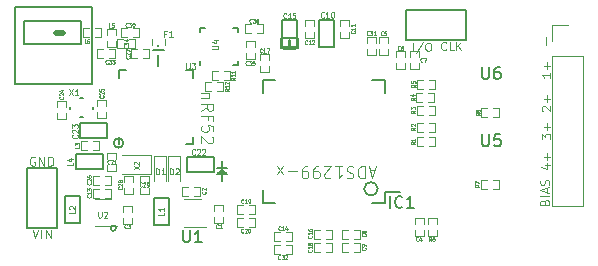
<source format=gto>
G04 #@! TF.FileFunction,Legend,Top*
%FSLAX46Y46*%
G04 Gerber Fmt 4.6, Leading zero omitted, Abs format (unit mm)*
G04 Created by KiCad (PCBNEW 4.0.6) date 12/04/17 16:36:58*
%MOMM*%
%LPD*%
G01*
G04 APERTURE LIST*
%ADD10C,0.150000*%
%ADD11C,0.100000*%
%ADD12C,0.200000*%
%ADD13C,0.125000*%
%ADD14C,0.500000*%
%ADD15C,0.071120*%
%ADD16C,0.127000*%
%ADD17C,0.120000*%
%ADD18C,0.250000*%
%ADD19C,0.152400*%
%ADD20C,0.114300*%
%ADD21C,0.090000*%
%ADD22C,0.060000*%
%ADD23C,0.092000*%
%ADD24C,0.095000*%
G04 APERTURE END LIST*
D10*
D11*
X310701429Y-138851428D02*
X311194762Y-138851428D01*
X310419524Y-139029999D02*
X310948095Y-139208571D01*
X310948095Y-138744285D01*
X310912857Y-138458571D02*
X310912857Y-137887142D01*
X311194762Y-138172856D02*
X310630952Y-138172856D01*
X310454762Y-136694285D02*
X310454762Y-136229999D01*
X310736667Y-136479999D01*
X310736667Y-136372857D01*
X310771905Y-136301428D01*
X310807143Y-136265714D01*
X310877619Y-136229999D01*
X311053810Y-136229999D01*
X311124286Y-136265714D01*
X311159524Y-136301428D01*
X311194762Y-136372857D01*
X311194762Y-136587142D01*
X311159524Y-136658571D01*
X311124286Y-136694285D01*
X310912857Y-135908571D02*
X310912857Y-135337142D01*
X311194762Y-135622856D02*
X310630952Y-135622856D01*
X310525238Y-134308571D02*
X310490000Y-134272857D01*
X310454762Y-134201428D01*
X310454762Y-134022857D01*
X310490000Y-133951428D01*
X310525238Y-133915714D01*
X310595714Y-133879999D01*
X310666190Y-133879999D01*
X310771905Y-133915714D01*
X311194762Y-134344285D01*
X311194762Y-133879999D01*
X310912857Y-133558571D02*
X310912857Y-132987142D01*
X311194762Y-133272856D02*
X310630952Y-133272856D01*
X267538572Y-138235000D02*
X267467143Y-138199286D01*
X267360000Y-138199286D01*
X267252857Y-138235000D01*
X267181429Y-138306429D01*
X267145714Y-138377857D01*
X267110000Y-138520714D01*
X267110000Y-138627857D01*
X267145714Y-138770714D01*
X267181429Y-138842143D01*
X267252857Y-138913571D01*
X267360000Y-138949286D01*
X267431429Y-138949286D01*
X267538572Y-138913571D01*
X267574286Y-138877857D01*
X267574286Y-138627857D01*
X267431429Y-138627857D01*
X267895714Y-138949286D02*
X267895714Y-138199286D01*
X268324286Y-138949286D01*
X268324286Y-138199286D01*
X268681428Y-138949286D02*
X268681428Y-138199286D01*
X268860000Y-138199286D01*
X268967143Y-138235000D01*
X269038571Y-138306429D01*
X269074286Y-138377857D01*
X269110000Y-138520714D01*
X269110000Y-138627857D01*
X269074286Y-138770714D01*
X269038571Y-138842143D01*
X268967143Y-138913571D01*
X268860000Y-138949286D01*
X268681428Y-138949286D01*
X311194762Y-131079999D02*
X311194762Y-131508571D01*
X311194762Y-131294285D02*
X310454762Y-131294285D01*
X310560476Y-131365714D01*
X310630952Y-131437142D01*
X310666190Y-131508571D01*
X310912857Y-130758571D02*
X310912857Y-130187142D01*
X311194762Y-130472856D02*
X310630952Y-130472856D01*
D12*
X277550000Y-129140000D02*
X278460000Y-129140000D01*
X277980000Y-128770000D02*
X277980000Y-128700000D01*
X278000000Y-130530000D02*
X278000000Y-129530000D01*
D11*
X310848095Y-128701428D02*
X310848095Y-128058571D01*
X299576668Y-129216667D02*
X299576668Y-128516667D01*
X300410001Y-128483333D02*
X299810001Y-129383333D01*
X300776667Y-128516667D02*
X300910000Y-128516667D01*
X300976667Y-128550000D01*
X301043334Y-128616667D01*
X301076667Y-128750000D01*
X301076667Y-128983333D01*
X301043334Y-129116667D01*
X300976667Y-129183333D01*
X300910000Y-129216667D01*
X300776667Y-129216667D01*
X300710000Y-129183333D01*
X300643334Y-129116667D01*
X300610000Y-128983333D01*
X300610000Y-128750000D01*
X300643334Y-128616667D01*
X300710000Y-128550000D01*
X300776667Y-128516667D01*
D12*
X265900000Y-132000000D02*
X265900000Y-125500000D01*
X272400000Y-132000000D02*
X265900000Y-132000000D01*
X272400000Y-125500000D02*
X272400000Y-132000000D01*
X265900000Y-125500000D02*
X272400000Y-125500000D01*
X283377500Y-139462500D02*
X283477500Y-139562500D01*
X283277500Y-139462500D02*
X283277500Y-139562500D01*
D10*
X283377500Y-140262500D02*
X283377500Y-138562500D01*
X282977500Y-139162500D02*
X283777500Y-139162500D01*
D12*
X283777500Y-139662500D02*
X283377500Y-139262500D01*
X282977500Y-139662500D02*
X283377500Y-139262500D01*
X283777500Y-139662500D02*
X282977500Y-139662500D01*
D13*
X296367857Y-139283333D02*
X295891666Y-139283333D01*
X296463095Y-138997619D02*
X296129762Y-139997619D01*
X295796428Y-138997619D01*
X295463095Y-138997619D02*
X295463095Y-139997619D01*
X295225000Y-139997619D01*
X295082142Y-139950000D01*
X294986904Y-139854762D01*
X294939285Y-139759524D01*
X294891666Y-139569048D01*
X294891666Y-139426190D01*
X294939285Y-139235714D01*
X294986904Y-139140476D01*
X295082142Y-139045238D01*
X295225000Y-138997619D01*
X295463095Y-138997619D01*
X294510714Y-139045238D02*
X294367857Y-138997619D01*
X294129761Y-138997619D01*
X294034523Y-139045238D01*
X293986904Y-139092857D01*
X293939285Y-139188095D01*
X293939285Y-139283333D01*
X293986904Y-139378571D01*
X294034523Y-139426190D01*
X294129761Y-139473810D01*
X294320238Y-139521429D01*
X294415476Y-139569048D01*
X294463095Y-139616667D01*
X294510714Y-139711905D01*
X294510714Y-139807143D01*
X294463095Y-139902381D01*
X294415476Y-139950000D01*
X294320238Y-139997619D01*
X294082142Y-139997619D01*
X293939285Y-139950000D01*
X292986904Y-138997619D02*
X293558333Y-138997619D01*
X293272619Y-138997619D02*
X293272619Y-139997619D01*
X293367857Y-139854762D01*
X293463095Y-139759524D01*
X293558333Y-139711905D01*
X292605952Y-139902381D02*
X292558333Y-139950000D01*
X292463095Y-139997619D01*
X292224999Y-139997619D01*
X292129761Y-139950000D01*
X292082142Y-139902381D01*
X292034523Y-139807143D01*
X292034523Y-139711905D01*
X292082142Y-139569048D01*
X292653571Y-138997619D01*
X292034523Y-138997619D01*
X291558333Y-138997619D02*
X291367857Y-138997619D01*
X291272618Y-139045238D01*
X291224999Y-139092857D01*
X291129761Y-139235714D01*
X291082142Y-139426190D01*
X291082142Y-139807143D01*
X291129761Y-139902381D01*
X291177380Y-139950000D01*
X291272618Y-139997619D01*
X291463095Y-139997619D01*
X291558333Y-139950000D01*
X291605952Y-139902381D01*
X291653571Y-139807143D01*
X291653571Y-139569048D01*
X291605952Y-139473810D01*
X291558333Y-139426190D01*
X291463095Y-139378571D01*
X291272618Y-139378571D01*
X291177380Y-139426190D01*
X291129761Y-139473810D01*
X291082142Y-139569048D01*
X290605952Y-138997619D02*
X290415476Y-138997619D01*
X290320237Y-139045238D01*
X290272618Y-139092857D01*
X290177380Y-139235714D01*
X290129761Y-139426190D01*
X290129761Y-139807143D01*
X290177380Y-139902381D01*
X290224999Y-139950000D01*
X290320237Y-139997619D01*
X290510714Y-139997619D01*
X290605952Y-139950000D01*
X290653571Y-139902381D01*
X290701190Y-139807143D01*
X290701190Y-139569048D01*
X290653571Y-139473810D01*
X290605952Y-139426190D01*
X290510714Y-139378571D01*
X290320237Y-139378571D01*
X290224999Y-139426190D01*
X290177380Y-139473810D01*
X290129761Y-139569048D01*
X289701190Y-139378571D02*
X288939285Y-139378571D01*
X288558333Y-138997619D02*
X288034523Y-139664286D01*
X288558333Y-139664286D02*
X288034523Y-138997619D01*
X282314286Y-132804762D02*
X281647619Y-132804762D01*
X282219048Y-132804762D02*
X282266667Y-132852381D01*
X282314286Y-132947619D01*
X282314286Y-133090477D01*
X282266667Y-133185715D01*
X282171429Y-133233334D01*
X281647619Y-133233334D01*
X281647619Y-134280953D02*
X282123810Y-133947619D01*
X281647619Y-133709524D02*
X282647619Y-133709524D01*
X282647619Y-134090477D01*
X282600000Y-134185715D01*
X282552381Y-134233334D01*
X282457143Y-134280953D01*
X282314286Y-134280953D01*
X282219048Y-134233334D01*
X282171429Y-134185715D01*
X282123810Y-134090477D01*
X282123810Y-133709524D01*
X282171429Y-135042858D02*
X282171429Y-134709524D01*
X281647619Y-134709524D02*
X282647619Y-134709524D01*
X282647619Y-135185715D01*
X282647619Y-136042858D02*
X282647619Y-135566667D01*
X282171429Y-135519048D01*
X282219048Y-135566667D01*
X282266667Y-135661905D01*
X282266667Y-135900001D01*
X282219048Y-135995239D01*
X282171429Y-136042858D01*
X282076190Y-136090477D01*
X281838095Y-136090477D01*
X281742857Y-136042858D01*
X281695238Y-135995239D01*
X281647619Y-135900001D01*
X281647619Y-135661905D01*
X281695238Y-135566667D01*
X281742857Y-135519048D01*
X282552381Y-136471429D02*
X282600000Y-136519048D01*
X282647619Y-136614286D01*
X282647619Y-136852382D01*
X282600000Y-136947620D01*
X282552381Y-136995239D01*
X282457143Y-137042858D01*
X282361905Y-137042858D01*
X282219048Y-136995239D01*
X281647619Y-136423810D01*
X281647619Y-137042858D01*
D11*
X310707143Y-142033572D02*
X310742381Y-141926429D01*
X310777619Y-141890714D01*
X310848095Y-141855000D01*
X310953810Y-141855000D01*
X311024286Y-141890714D01*
X311059524Y-141926429D01*
X311094762Y-141997857D01*
X311094762Y-142283572D01*
X310354762Y-142283572D01*
X310354762Y-142033572D01*
X310390000Y-141962143D01*
X310425238Y-141926429D01*
X310495714Y-141890714D01*
X310566190Y-141890714D01*
X310636667Y-141926429D01*
X310671905Y-141962143D01*
X310707143Y-142033572D01*
X310707143Y-142283572D01*
X311094762Y-141533572D02*
X310354762Y-141533572D01*
X310883333Y-141212143D02*
X310883333Y-140855000D01*
X311094762Y-141283571D02*
X310354762Y-141033571D01*
X311094762Y-140783571D01*
X311059524Y-140569286D02*
X311094762Y-140462143D01*
X311094762Y-140283572D01*
X311059524Y-140212143D01*
X311024286Y-140176429D01*
X310953810Y-140140714D01*
X310883333Y-140140714D01*
X310812857Y-140176429D01*
X310777619Y-140212143D01*
X310742381Y-140283572D01*
X310707143Y-140426429D01*
X310671905Y-140497857D01*
X310636667Y-140533572D01*
X310566190Y-140569286D01*
X310495714Y-140569286D01*
X310425238Y-140533572D01*
X310390000Y-140497857D01*
X310354762Y-140426429D01*
X310354762Y-140247857D01*
X310390000Y-140140714D01*
D12*
X274411107Y-144237500D02*
G75*
G03X274411107Y-144237500I-223607J0D01*
G01*
X296570088Y-140900000D02*
G75*
G03X296570088Y-140900000I-570088J0D01*
G01*
X275033113Y-137010000D02*
G75*
G03X275033113Y-137010000I-403113J0D01*
G01*
D11*
X302363334Y-129100000D02*
X302330000Y-129133333D01*
X302230000Y-129166667D01*
X302163334Y-129166667D01*
X302063334Y-129133333D01*
X301996667Y-129066667D01*
X301963334Y-129000000D01*
X301930000Y-128866667D01*
X301930000Y-128766667D01*
X301963334Y-128633333D01*
X301996667Y-128566667D01*
X302063334Y-128500000D01*
X302163334Y-128466667D01*
X302230000Y-128466667D01*
X302330000Y-128500000D01*
X302363334Y-128533333D01*
X302996667Y-129166667D02*
X302663334Y-129166667D01*
X302663334Y-128466667D01*
X303230001Y-129166667D02*
X303230001Y-128466667D01*
X303630001Y-129166667D02*
X303330001Y-128766667D01*
X303630001Y-128466667D02*
X303230001Y-128866667D01*
X267348572Y-144349286D02*
X267598572Y-145099286D01*
X267848572Y-144349286D01*
X268098571Y-145099286D02*
X268098571Y-144349286D01*
X268455714Y-145099286D02*
X268455714Y-144349286D01*
X268884286Y-145099286D01*
X268884286Y-144349286D01*
D14*
X269900000Y-127673000D02*
X269320000Y-127673000D01*
D15*
X305846000Y-134089000D02*
X305338000Y-134089000D01*
X305338000Y-134089000D02*
X305338000Y-134851000D01*
X305338000Y-134851000D02*
X305846000Y-134851000D01*
X306354000Y-134089000D02*
X306862000Y-134089000D01*
X306862000Y-134089000D02*
X306862000Y-134851000D01*
X306862000Y-134851000D02*
X306354000Y-134851000D01*
X305826000Y-140149000D02*
X305318000Y-140149000D01*
X305318000Y-140149000D02*
X305318000Y-140911000D01*
X305318000Y-140911000D02*
X305826000Y-140911000D01*
X306334000Y-140149000D02*
X306842000Y-140149000D01*
X306842000Y-140149000D02*
X306842000Y-140911000D01*
X306842000Y-140911000D02*
X306334000Y-140911000D01*
D10*
X297175000Y-142075000D02*
X297175000Y-141125000D01*
X286825000Y-142075000D02*
X286825000Y-141025000D01*
X286825000Y-131725000D02*
X286825000Y-132775000D01*
X297175000Y-131725000D02*
X297175000Y-132775000D01*
X297175000Y-142075000D02*
X296125000Y-142075000D01*
X297175000Y-131725000D02*
X296125000Y-131725000D01*
X286825000Y-131725000D02*
X287875000Y-131725000D01*
X286825000Y-142075000D02*
X287875000Y-142075000D01*
X297175000Y-141125000D02*
X298450000Y-141125000D01*
D16*
X278925000Y-141687000D02*
X278925000Y-143973000D01*
X278925000Y-143973000D02*
X277655000Y-143973000D01*
X277655000Y-143973000D02*
X277655000Y-141687000D01*
X277655000Y-141687000D02*
X278925000Y-141687000D01*
D15*
X282689000Y-143294000D02*
X282689000Y-143802000D01*
X282689000Y-143802000D02*
X283451000Y-143802000D01*
X283451000Y-143802000D02*
X283451000Y-143294000D01*
X282689000Y-142786000D02*
X282689000Y-142278000D01*
X282689000Y-142278000D02*
X283451000Y-142278000D01*
X283451000Y-142278000D02*
X283451000Y-142786000D01*
X273689000Y-138854000D02*
X273689000Y-139362000D01*
X273689000Y-139362000D02*
X274451000Y-139362000D01*
X274451000Y-139362000D02*
X274451000Y-138854000D01*
X273689000Y-138346000D02*
X273689000Y-137838000D01*
X273689000Y-137838000D02*
X274451000Y-137838000D01*
X274451000Y-137838000D02*
X274451000Y-138346000D01*
D10*
X284740000Y-130450000D02*
X284340000Y-130450000D01*
X284740000Y-130450000D02*
X284740000Y-130050000D01*
X284740000Y-127250000D02*
X284340000Y-127250000D01*
X284740000Y-127250000D02*
X284740000Y-127650000D01*
X281540000Y-127250000D02*
X281940000Y-127250000D01*
X281540000Y-127250000D02*
X281540000Y-127650000D01*
X281540000Y-130450000D02*
X281540000Y-130050000D01*
D15*
X283004000Y-132591000D02*
X283512000Y-132591000D01*
X283512000Y-132591000D02*
X283512000Y-131829000D01*
X283512000Y-131829000D02*
X283004000Y-131829000D01*
X282496000Y-132591000D02*
X281988000Y-132591000D01*
X281988000Y-132591000D02*
X281988000Y-131829000D01*
X281988000Y-131829000D02*
X282496000Y-131829000D01*
X283524000Y-131651000D02*
X284032000Y-131651000D01*
X284032000Y-131651000D02*
X284032000Y-130889000D01*
X284032000Y-130889000D02*
X283524000Y-130889000D01*
X283016000Y-131651000D02*
X282508000Y-131651000D01*
X282508000Y-131651000D02*
X282508000Y-130889000D01*
X282508000Y-130889000D02*
X283016000Y-130889000D01*
X285846000Y-126979000D02*
X285338000Y-126979000D01*
X285338000Y-126979000D02*
X285338000Y-127741000D01*
X285338000Y-127741000D02*
X285846000Y-127741000D01*
X286354000Y-126979000D02*
X286862000Y-126979000D01*
X286862000Y-126979000D02*
X286862000Y-127741000D01*
X286862000Y-127741000D02*
X286354000Y-127741000D01*
X286161000Y-128926000D02*
X286161000Y-128418000D01*
X286161000Y-128418000D02*
X285399000Y-128418000D01*
X285399000Y-128418000D02*
X285399000Y-128926000D01*
X286161000Y-129434000D02*
X286161000Y-129942000D01*
X286161000Y-129942000D02*
X285399000Y-129942000D01*
X285399000Y-129942000D02*
X285399000Y-129434000D01*
D17*
X277470000Y-128250000D02*
X277470000Y-128750000D01*
X278530000Y-128750000D02*
X278530000Y-128250000D01*
D15*
X275534000Y-129001000D02*
X276042000Y-129001000D01*
X276042000Y-129001000D02*
X276042000Y-128239000D01*
X276042000Y-128239000D02*
X275534000Y-128239000D01*
X275026000Y-129001000D02*
X274518000Y-129001000D01*
X274518000Y-129001000D02*
X274518000Y-128239000D01*
X274518000Y-128239000D02*
X275026000Y-128239000D01*
X273346000Y-129069000D02*
X272838000Y-129069000D01*
X272838000Y-129069000D02*
X272838000Y-129831000D01*
X272838000Y-129831000D02*
X273346000Y-129831000D01*
X273854000Y-129069000D02*
X274362000Y-129069000D01*
X274362000Y-129069000D02*
X274362000Y-129831000D01*
X274362000Y-129831000D02*
X273854000Y-129831000D01*
D10*
X289800000Y-129000000D02*
X288450000Y-129000000D01*
X289800000Y-128100000D02*
X289800000Y-128950000D01*
X288400000Y-128150000D02*
X288400000Y-129000000D01*
X288500000Y-128100000D02*
X289650000Y-128100000D01*
X288600000Y-129100000D02*
X289550000Y-129100000D01*
X288550000Y-129000000D02*
X289650000Y-129000000D01*
X288500000Y-128150000D02*
X289700000Y-128150000D01*
D18*
X289100000Y-128800000D02*
X289100000Y-128300000D01*
D16*
X288465000Y-128893000D02*
X288465000Y-126607000D01*
X288465000Y-126607000D02*
X289735000Y-126607000D01*
X289735000Y-126607000D02*
X289735000Y-128893000D01*
X289735000Y-128893000D02*
X288465000Y-128893000D01*
D19*
X304030000Y-125790000D02*
X304030000Y-128330000D01*
X304030000Y-128330000D02*
X298950000Y-128330000D01*
X298950000Y-128330000D02*
X298950000Y-125790000D01*
X298950000Y-125790000D02*
X304030000Y-125790000D01*
D15*
X297456000Y-128571000D02*
X297456000Y-128063000D01*
X297456000Y-128063000D02*
X296694000Y-128063000D01*
X296694000Y-128063000D02*
X296694000Y-128571000D01*
X297456000Y-129079000D02*
X297456000Y-129587000D01*
X297456000Y-129587000D02*
X296694000Y-129587000D01*
X296694000Y-129587000D02*
X296694000Y-129079000D01*
X288296000Y-144569000D02*
X287788000Y-144569000D01*
X287788000Y-144569000D02*
X287788000Y-145331000D01*
X287788000Y-145331000D02*
X288296000Y-145331000D01*
X288804000Y-144569000D02*
X289312000Y-144569000D01*
X289312000Y-144569000D02*
X289312000Y-145331000D01*
X289312000Y-145331000D02*
X288804000Y-145331000D01*
D17*
X279850000Y-138100000D02*
X278850000Y-138100000D01*
X278850000Y-138100000D02*
X278850000Y-140200000D01*
X279850000Y-138100000D02*
X279850000Y-140200000D01*
D15*
X288296000Y-145619000D02*
X287788000Y-145619000D01*
X287788000Y-145619000D02*
X287788000Y-146381000D01*
X287788000Y-146381000D02*
X288296000Y-146381000D01*
X288804000Y-145619000D02*
X289312000Y-145619000D01*
X289312000Y-145619000D02*
X289312000Y-146381000D01*
X289312000Y-146381000D02*
X288804000Y-146381000D01*
D17*
X272612500Y-144047500D02*
X274512500Y-144047500D01*
X274012500Y-141727500D02*
X272612500Y-141727500D01*
D15*
X290419000Y-127654000D02*
X290419000Y-128162000D01*
X290419000Y-128162000D02*
X291181000Y-128162000D01*
X291181000Y-128162000D02*
X291181000Y-127654000D01*
X290419000Y-127146000D02*
X290419000Y-126638000D01*
X290419000Y-126638000D02*
X291181000Y-126638000D01*
X291181000Y-126638000D02*
X291181000Y-127146000D01*
X296406000Y-128571000D02*
X296406000Y-128063000D01*
X296406000Y-128063000D02*
X295644000Y-128063000D01*
X295644000Y-128063000D02*
X295644000Y-128571000D01*
X296406000Y-129079000D02*
X296406000Y-129587000D01*
X296406000Y-129587000D02*
X295644000Y-129587000D01*
X295644000Y-129587000D02*
X295644000Y-129079000D01*
X285146000Y-142294000D02*
X284638000Y-142294000D01*
X284638000Y-142294000D02*
X284638000Y-143056000D01*
X284638000Y-143056000D02*
X285146000Y-143056000D01*
X285654000Y-142294000D02*
X286162000Y-142294000D01*
X286162000Y-142294000D02*
X286162000Y-143056000D01*
X286162000Y-143056000D02*
X285654000Y-143056000D01*
X300386000Y-131679000D02*
X299878000Y-131679000D01*
X299878000Y-131679000D02*
X299878000Y-132441000D01*
X299878000Y-132441000D02*
X300386000Y-132441000D01*
X300894000Y-131679000D02*
X301402000Y-131679000D01*
X301402000Y-131679000D02*
X301402000Y-132441000D01*
X301402000Y-132441000D02*
X300894000Y-132441000D01*
X285654000Y-144131000D02*
X286162000Y-144131000D01*
X286162000Y-144131000D02*
X286162000Y-143369000D01*
X286162000Y-143369000D02*
X285654000Y-143369000D01*
X285146000Y-144131000D02*
X284638000Y-144131000D01*
X284638000Y-144131000D02*
X284638000Y-143369000D01*
X284638000Y-143369000D02*
X285146000Y-143369000D01*
X291696000Y-145469000D02*
X291188000Y-145469000D01*
X291188000Y-145469000D02*
X291188000Y-146231000D01*
X291188000Y-146231000D02*
X291696000Y-146231000D01*
X292204000Y-145469000D02*
X292712000Y-145469000D01*
X292712000Y-145469000D02*
X292712000Y-146231000D01*
X292712000Y-146231000D02*
X292204000Y-146231000D01*
X291696000Y-144344000D02*
X291188000Y-144344000D01*
X291188000Y-144344000D02*
X291188000Y-145106000D01*
X291188000Y-145106000D02*
X291696000Y-145106000D01*
X292204000Y-144344000D02*
X292712000Y-144344000D01*
X292712000Y-144344000D02*
X292712000Y-145106000D01*
X292712000Y-145106000D02*
X292204000Y-145106000D01*
X294554000Y-146281000D02*
X295062000Y-146281000D01*
X295062000Y-146281000D02*
X295062000Y-145519000D01*
X295062000Y-145519000D02*
X294554000Y-145519000D01*
X294046000Y-146281000D02*
X293538000Y-146281000D01*
X293538000Y-146281000D02*
X293538000Y-145519000D01*
X293538000Y-145519000D02*
X294046000Y-145519000D01*
X287356000Y-129971000D02*
X287356000Y-129463000D01*
X287356000Y-129463000D02*
X286594000Y-129463000D01*
X286594000Y-129463000D02*
X286594000Y-129971000D01*
X287356000Y-130479000D02*
X287356000Y-130987000D01*
X287356000Y-130987000D02*
X286594000Y-130987000D01*
X286594000Y-130987000D02*
X286594000Y-130479000D01*
X294554000Y-145106000D02*
X295062000Y-145106000D01*
X295062000Y-145106000D02*
X295062000Y-144344000D01*
X295062000Y-144344000D02*
X294554000Y-144344000D01*
X294046000Y-145106000D02*
X293538000Y-145106000D01*
X293538000Y-145106000D02*
X293538000Y-144344000D01*
X293538000Y-144344000D02*
X294046000Y-144344000D01*
X294156000Y-127146000D02*
X294156000Y-126638000D01*
X294156000Y-126638000D02*
X293394000Y-126638000D01*
X293394000Y-126638000D02*
X293394000Y-127146000D01*
X294156000Y-127654000D02*
X294156000Y-128162000D01*
X294156000Y-128162000D02*
X293394000Y-128162000D01*
X293394000Y-128162000D02*
X293394000Y-127654000D01*
X300081000Y-129726000D02*
X300081000Y-129218000D01*
X300081000Y-129218000D02*
X299319000Y-129218000D01*
X299319000Y-129218000D02*
X299319000Y-129726000D01*
X300081000Y-130234000D02*
X300081000Y-130742000D01*
X300081000Y-130742000D02*
X299319000Y-130742000D01*
X299319000Y-130742000D02*
X299319000Y-130234000D01*
X298856000Y-129726000D02*
X298856000Y-129218000D01*
X298856000Y-129218000D02*
X298094000Y-129218000D01*
X298094000Y-129218000D02*
X298094000Y-129726000D01*
X298856000Y-130234000D02*
X298856000Y-130742000D01*
X298856000Y-130742000D02*
X298094000Y-130742000D01*
X298094000Y-130742000D02*
X298094000Y-130234000D01*
D16*
X292910000Y-126582000D02*
X292910000Y-128868000D01*
X292910000Y-128868000D02*
X291640000Y-128868000D01*
X291640000Y-128868000D02*
X291640000Y-126582000D01*
X291640000Y-126582000D02*
X292910000Y-126582000D01*
X271347500Y-141544500D02*
X271347500Y-143830500D01*
X271347500Y-143830500D02*
X270077500Y-143830500D01*
X270077500Y-143830500D02*
X270077500Y-141544500D01*
X270077500Y-141544500D02*
X271347500Y-141544500D01*
D15*
X272958500Y-140906500D02*
X272450500Y-140906500D01*
X272450500Y-140906500D02*
X272450500Y-141668500D01*
X272450500Y-141668500D02*
X272958500Y-141668500D01*
X273466500Y-140906500D02*
X273974500Y-140906500D01*
X273974500Y-140906500D02*
X273974500Y-141668500D01*
X273974500Y-141668500D02*
X273466500Y-141668500D01*
X274981500Y-143341500D02*
X274981500Y-143849500D01*
X274981500Y-143849500D02*
X275743500Y-143849500D01*
X275743500Y-143849500D02*
X275743500Y-143341500D01*
X274981500Y-142833500D02*
X274981500Y-142325500D01*
X274981500Y-142325500D02*
X275743500Y-142325500D01*
X275743500Y-142325500D02*
X275743500Y-142833500D01*
X280471000Y-140719000D02*
X279963000Y-140719000D01*
X279963000Y-140719000D02*
X279963000Y-141481000D01*
X279963000Y-141481000D02*
X280471000Y-141481000D01*
X280979000Y-140719000D02*
X281487000Y-140719000D01*
X281487000Y-140719000D02*
X281487000Y-141481000D01*
X281487000Y-141481000D02*
X280979000Y-141481000D01*
X299694000Y-144354000D02*
X299694000Y-144862000D01*
X299694000Y-144862000D02*
X300456000Y-144862000D01*
X300456000Y-144862000D02*
X300456000Y-144354000D01*
X299694000Y-143846000D02*
X299694000Y-143338000D01*
X299694000Y-143338000D02*
X300456000Y-143338000D01*
X300456000Y-143338000D02*
X300456000Y-143846000D01*
X300794000Y-144354000D02*
X300794000Y-144862000D01*
X300794000Y-144862000D02*
X301556000Y-144862000D01*
X301556000Y-144862000D02*
X301556000Y-144354000D01*
X300794000Y-143846000D02*
X300794000Y-143338000D01*
X300794000Y-143338000D02*
X301556000Y-143338000D01*
X301556000Y-143338000D02*
X301556000Y-143846000D01*
X300346000Y-132779000D02*
X299838000Y-132779000D01*
X299838000Y-132779000D02*
X299838000Y-133541000D01*
X299838000Y-133541000D02*
X300346000Y-133541000D01*
X300854000Y-132779000D02*
X301362000Y-132779000D01*
X301362000Y-132779000D02*
X301362000Y-133541000D01*
X301362000Y-133541000D02*
X300854000Y-133541000D01*
X300371000Y-133869000D02*
X299863000Y-133869000D01*
X299863000Y-133869000D02*
X299863000Y-134631000D01*
X299863000Y-134631000D02*
X300371000Y-134631000D01*
X300879000Y-133869000D02*
X301387000Y-133869000D01*
X301387000Y-133869000D02*
X301387000Y-134631000D01*
X301387000Y-134631000D02*
X300879000Y-134631000D01*
X300396000Y-135309000D02*
X299888000Y-135309000D01*
X299888000Y-135309000D02*
X299888000Y-136071000D01*
X299888000Y-136071000D02*
X300396000Y-136071000D01*
X300904000Y-135309000D02*
X301412000Y-135309000D01*
X301412000Y-135309000D02*
X301412000Y-136071000D01*
X301412000Y-136071000D02*
X300904000Y-136071000D01*
X300396000Y-136529000D02*
X299888000Y-136529000D01*
X299888000Y-136529000D02*
X299888000Y-137291000D01*
X299888000Y-137291000D02*
X300396000Y-137291000D01*
X300904000Y-136529000D02*
X301412000Y-136529000D01*
X301412000Y-136529000D02*
X301412000Y-137291000D01*
X301412000Y-137291000D02*
X300904000Y-137291000D01*
D17*
X278650000Y-138100000D02*
X277650000Y-138100000D01*
X277650000Y-138100000D02*
X277650000Y-140200000D01*
X278650000Y-138100000D02*
X278650000Y-140200000D01*
D19*
X269430000Y-144210000D02*
X266890000Y-144210000D01*
X266890000Y-144210000D02*
X266890000Y-139130000D01*
X266890000Y-139130000D02*
X269430000Y-139130000D01*
X269430000Y-139130000D02*
X269430000Y-144210000D01*
D16*
X273313000Y-139255000D02*
X271027000Y-139255000D01*
X271027000Y-139255000D02*
X271027000Y-137985000D01*
X271027000Y-137985000D02*
X273313000Y-137985000D01*
X273313000Y-137985000D02*
X273313000Y-139255000D01*
D10*
X272500000Y-134050000D02*
X272500000Y-134100000D01*
X272500000Y-134050000D02*
X272500000Y-134000000D01*
X270500000Y-134050000D02*
X270500000Y-134100000D01*
X270500000Y-134050000D02*
X270500000Y-134000000D01*
X271500000Y-134850000D02*
X271650000Y-134850000D01*
X271500000Y-134850000D02*
X271350000Y-134850000D01*
X271500000Y-133250000D02*
X271650000Y-133250000D01*
X271500000Y-133250000D02*
X271350000Y-133250000D01*
D15*
X275831000Y-140296000D02*
X275831000Y-139788000D01*
X275831000Y-139788000D02*
X275069000Y-139788000D01*
X275069000Y-139788000D02*
X275069000Y-140296000D01*
X275831000Y-140804000D02*
X275831000Y-141312000D01*
X275831000Y-141312000D02*
X275069000Y-141312000D01*
X275069000Y-141312000D02*
X275069000Y-140804000D01*
X273454000Y-140581000D02*
X273962000Y-140581000D01*
X273962000Y-140581000D02*
X273962000Y-139819000D01*
X273962000Y-139819000D02*
X273454000Y-139819000D01*
X272946000Y-140581000D02*
X272438000Y-140581000D01*
X272438000Y-140581000D02*
X272438000Y-139819000D01*
X272438000Y-139819000D02*
X272946000Y-139819000D01*
X270181000Y-133946000D02*
X270181000Y-133438000D01*
X270181000Y-133438000D02*
X269419000Y-133438000D01*
X269419000Y-133438000D02*
X269419000Y-133946000D01*
X270181000Y-134454000D02*
X270181000Y-134962000D01*
X270181000Y-134962000D02*
X269419000Y-134962000D01*
X269419000Y-134962000D02*
X269419000Y-134454000D01*
X272819000Y-134354000D02*
X272819000Y-134862000D01*
X272819000Y-134862000D02*
X273581000Y-134862000D01*
X273581000Y-134862000D02*
X273581000Y-134354000D01*
X272819000Y-133846000D02*
X272819000Y-133338000D01*
X272819000Y-133338000D02*
X273581000Y-133338000D01*
X273581000Y-133338000D02*
X273581000Y-133846000D01*
X276704000Y-129831000D02*
X277212000Y-129831000D01*
X277212000Y-129831000D02*
X277212000Y-129069000D01*
X277212000Y-129069000D02*
X276704000Y-129069000D01*
X276196000Y-129831000D02*
X275688000Y-129831000D01*
X275688000Y-129831000D02*
X275688000Y-129069000D01*
X275688000Y-129069000D02*
X276196000Y-129069000D01*
X277231000Y-140296000D02*
X277231000Y-139788000D01*
X277231000Y-139788000D02*
X276469000Y-139788000D01*
X276469000Y-139788000D02*
X276469000Y-140296000D01*
X277231000Y-140804000D02*
X277231000Y-141312000D01*
X277231000Y-141312000D02*
X276469000Y-141312000D01*
X276469000Y-141312000D02*
X276469000Y-140804000D01*
D10*
X266645000Y-126673000D02*
X271445000Y-126673000D01*
X271445000Y-126673000D02*
X271445000Y-128673000D01*
X271345000Y-128673000D02*
X266645000Y-128673000D01*
X266645000Y-128673000D02*
X266645000Y-126673000D01*
X271445000Y-128673000D02*
X271345000Y-128673000D01*
D15*
X272654000Y-128081000D02*
X273162000Y-128081000D01*
X273162000Y-128081000D02*
X273162000Y-127319000D01*
X273162000Y-127319000D02*
X272654000Y-127319000D01*
X272146000Y-128081000D02*
X271638000Y-128081000D01*
X271638000Y-128081000D02*
X271638000Y-127319000D01*
X271638000Y-127319000D02*
X272146000Y-127319000D01*
X274381000Y-127846000D02*
X274381000Y-127338000D01*
X274381000Y-127338000D02*
X273619000Y-127338000D01*
X273619000Y-127338000D02*
X273619000Y-127846000D01*
X274381000Y-128354000D02*
X274381000Y-128862000D01*
X274381000Y-128862000D02*
X273619000Y-128862000D01*
X273619000Y-128862000D02*
X273619000Y-128354000D01*
X275854000Y-128081000D02*
X276362000Y-128081000D01*
X276362000Y-128081000D02*
X276362000Y-127319000D01*
X276362000Y-127319000D02*
X275854000Y-127319000D01*
X275346000Y-128081000D02*
X274838000Y-128081000D01*
X274838000Y-128081000D02*
X274838000Y-127319000D01*
X274838000Y-127319000D02*
X275346000Y-127319000D01*
X271926000Y-136889000D02*
X271418000Y-136889000D01*
X271418000Y-136889000D02*
X271418000Y-137651000D01*
X271418000Y-137651000D02*
X271926000Y-137651000D01*
X272434000Y-136889000D02*
X272942000Y-136889000D01*
X272942000Y-136889000D02*
X272942000Y-137651000D01*
X272942000Y-137651000D02*
X272434000Y-137651000D01*
D16*
X273643000Y-136635000D02*
X271357000Y-136635000D01*
X271357000Y-136635000D02*
X271357000Y-135365000D01*
X271357000Y-135365000D02*
X273643000Y-135365000D01*
X273643000Y-135365000D02*
X273643000Y-136635000D01*
X280407000Y-138165000D02*
X282693000Y-138165000D01*
X282693000Y-138165000D02*
X282693000Y-139435000D01*
X282693000Y-139435000D02*
X280407000Y-139435000D01*
X280407000Y-139435000D02*
X280407000Y-138165000D01*
D10*
X274675000Y-130875000D02*
X275275000Y-130875000D01*
X280925000Y-137125000D02*
X280325000Y-137125000D01*
X280925000Y-130875000D02*
X280325000Y-130875000D01*
X274675000Y-137125000D02*
X274675000Y-136525000D01*
X280925000Y-137125000D02*
X280925000Y-136525000D01*
X280925000Y-130875000D02*
X280925000Y-131475000D01*
X274675000Y-130875000D02*
X274675000Y-131475000D01*
D17*
X274950000Y-139650000D02*
X277350000Y-139650000D01*
X277350000Y-139650000D02*
X277350000Y-138050000D01*
X277350000Y-138050000D02*
X274950000Y-138050000D01*
X280170000Y-144110000D02*
X282070000Y-144110000D01*
X281570000Y-141790000D02*
X280170000Y-141790000D01*
X311330000Y-142390000D02*
X313990000Y-142390000D01*
X311330000Y-129630000D02*
X311330000Y-142390000D01*
X313990000Y-129630000D02*
X313990000Y-142390000D01*
X311330000Y-129630000D02*
X313990000Y-129630000D01*
X311330000Y-128360000D02*
X311330000Y-127030000D01*
X311330000Y-127030000D02*
X312660000Y-127030000D01*
D15*
X305208569Y-134490800D02*
X305041654Y-134592400D01*
X305208569Y-134664972D02*
X304858049Y-134664972D01*
X304858049Y-134548857D01*
X304874740Y-134519829D01*
X304891431Y-134505314D01*
X304924814Y-134490800D01*
X304974889Y-134490800D01*
X305008271Y-134505314D01*
X305024963Y-134519829D01*
X305041654Y-134548857D01*
X305041654Y-134664972D01*
X305008271Y-134316629D02*
X304991580Y-134345657D01*
X304974889Y-134360172D01*
X304941506Y-134374686D01*
X304924814Y-134374686D01*
X304891431Y-134360172D01*
X304874740Y-134345657D01*
X304858049Y-134316629D01*
X304858049Y-134258572D01*
X304874740Y-134229543D01*
X304891431Y-134215029D01*
X304924814Y-134200514D01*
X304941506Y-134200514D01*
X304974889Y-134215029D01*
X304991580Y-134229543D01*
X305008271Y-134258572D01*
X305008271Y-134316629D01*
X305024963Y-134345657D01*
X305041654Y-134360172D01*
X305075037Y-134374686D01*
X305141803Y-134374686D01*
X305175186Y-134360172D01*
X305191877Y-134345657D01*
X305208569Y-134316629D01*
X305208569Y-134258572D01*
X305191877Y-134229543D01*
X305175186Y-134215029D01*
X305141803Y-134200514D01*
X305075037Y-134200514D01*
X305041654Y-134215029D01*
X305024963Y-134229543D01*
X305008271Y-134258572D01*
X305188569Y-140550800D02*
X305021654Y-140652400D01*
X305188569Y-140724972D02*
X304838049Y-140724972D01*
X304838049Y-140608857D01*
X304854740Y-140579829D01*
X304871431Y-140565314D01*
X304904814Y-140550800D01*
X304954889Y-140550800D01*
X304988271Y-140565314D01*
X305004963Y-140579829D01*
X305021654Y-140608857D01*
X305021654Y-140724972D01*
X304838049Y-140449200D02*
X304838049Y-140246000D01*
X305188569Y-140376629D01*
D10*
X297623810Y-142502381D02*
X297623810Y-141502381D01*
X298671429Y-142407143D02*
X298623810Y-142454762D01*
X298480953Y-142502381D01*
X298385715Y-142502381D01*
X298242857Y-142454762D01*
X298147619Y-142359524D01*
X298100000Y-142264286D01*
X298052381Y-142073810D01*
X298052381Y-141930952D01*
X298100000Y-141740476D01*
X298147619Y-141645238D01*
X298242857Y-141550000D01*
X298385715Y-141502381D01*
X298480953Y-141502381D01*
X298623810Y-141550000D01*
X298671429Y-141597619D01*
X299623810Y-142502381D02*
X299052381Y-142502381D01*
X299338095Y-142502381D02*
X299338095Y-141502381D01*
X299242857Y-141645238D01*
X299147619Y-141740476D01*
X299052381Y-141788095D01*
D20*
X278519810Y-142906200D02*
X278519810Y-143123914D01*
X278011810Y-143123914D01*
X278519810Y-142514314D02*
X278519810Y-142775571D01*
X278519810Y-142644943D02*
X278011810Y-142644943D01*
X278084381Y-142688486D01*
X278132762Y-142732028D01*
X278156952Y-142775571D01*
D15*
X283059200Y-144215186D02*
X283044686Y-144231877D01*
X283001143Y-144248569D01*
X282972114Y-144248569D01*
X282928571Y-144231877D01*
X282899543Y-144198494D01*
X282885028Y-144165111D01*
X282870514Y-144098346D01*
X282870514Y-144048271D01*
X282885028Y-143981506D01*
X282899543Y-143948123D01*
X282928571Y-143914740D01*
X282972114Y-143898049D01*
X283001143Y-143898049D01*
X283044686Y-143914740D01*
X283059200Y-143931431D01*
X283349486Y-144248569D02*
X283175314Y-144248569D01*
X283262400Y-144248569D02*
X283262400Y-143898049D01*
X283233371Y-143948123D01*
X283204343Y-143981506D01*
X283175314Y-143998197D01*
X273874057Y-138745186D02*
X273859543Y-138761877D01*
X273816000Y-138778569D01*
X273786971Y-138778569D01*
X273743428Y-138761877D01*
X273714400Y-138728494D01*
X273699885Y-138695111D01*
X273685371Y-138628346D01*
X273685371Y-138578271D01*
X273699885Y-138511506D01*
X273714400Y-138478123D01*
X273743428Y-138444740D01*
X273786971Y-138428049D01*
X273816000Y-138428049D01*
X273859543Y-138444740D01*
X273874057Y-138461431D01*
X273990171Y-138461431D02*
X274004685Y-138444740D01*
X274033714Y-138428049D01*
X274106285Y-138428049D01*
X274135314Y-138444740D01*
X274149828Y-138461431D01*
X274164343Y-138494814D01*
X274164343Y-138528197D01*
X274149828Y-138578271D01*
X273975657Y-138778569D01*
X274164343Y-138778569D01*
X274454629Y-138778569D02*
X274280457Y-138778569D01*
X274367543Y-138778569D02*
X274367543Y-138428049D01*
X274338514Y-138478123D01*
X274309486Y-138511506D01*
X274280457Y-138528197D01*
D21*
X282566190Y-129070952D02*
X282970952Y-129070952D01*
X283018571Y-129047143D01*
X283042381Y-129023333D01*
X283066190Y-128975714D01*
X283066190Y-128880476D01*
X283042381Y-128832857D01*
X283018571Y-128809048D01*
X282970952Y-128785238D01*
X282566190Y-128785238D01*
X282732857Y-128332857D02*
X283066190Y-128332857D01*
X282542381Y-128451904D02*
X282899524Y-128570952D01*
X282899524Y-128261428D01*
D15*
X283958569Y-132435943D02*
X283791654Y-132537543D01*
X283958569Y-132610115D02*
X283608049Y-132610115D01*
X283608049Y-132494000D01*
X283624740Y-132464972D01*
X283641431Y-132450457D01*
X283674814Y-132435943D01*
X283724889Y-132435943D01*
X283758271Y-132450457D01*
X283774963Y-132464972D01*
X283791654Y-132494000D01*
X283791654Y-132610115D01*
X283958569Y-132145657D02*
X283958569Y-132319829D01*
X283958569Y-132232743D02*
X283608049Y-132232743D01*
X283658123Y-132261772D01*
X283691506Y-132290800D01*
X283708197Y-132319829D01*
X283641431Y-132029543D02*
X283624740Y-132015029D01*
X283608049Y-131986000D01*
X283608049Y-131913429D01*
X283624740Y-131884400D01*
X283641431Y-131869886D01*
X283674814Y-131855371D01*
X283708197Y-131855371D01*
X283758271Y-131869886D01*
X283958569Y-132044057D01*
X283958569Y-131855371D01*
X284478569Y-131495943D02*
X284311654Y-131597543D01*
X284478569Y-131670115D02*
X284128049Y-131670115D01*
X284128049Y-131554000D01*
X284144740Y-131524972D01*
X284161431Y-131510457D01*
X284194814Y-131495943D01*
X284244889Y-131495943D01*
X284278271Y-131510457D01*
X284294963Y-131524972D01*
X284311654Y-131554000D01*
X284311654Y-131670115D01*
X284478569Y-131205657D02*
X284478569Y-131379829D01*
X284478569Y-131292743D02*
X284128049Y-131292743D01*
X284178123Y-131321772D01*
X284211506Y-131350800D01*
X284228197Y-131379829D01*
X284478569Y-130915371D02*
X284478569Y-131089543D01*
X284478569Y-131002457D02*
X284128049Y-131002457D01*
X284178123Y-131031486D01*
X284211506Y-131060514D01*
X284228197Y-131089543D01*
X285894057Y-126805186D02*
X285879543Y-126821877D01*
X285836000Y-126838569D01*
X285806971Y-126838569D01*
X285763428Y-126821877D01*
X285734400Y-126788494D01*
X285719885Y-126755111D01*
X285705371Y-126688346D01*
X285705371Y-126638271D01*
X285719885Y-126571506D01*
X285734400Y-126538123D01*
X285763428Y-126504740D01*
X285806971Y-126488049D01*
X285836000Y-126488049D01*
X285879543Y-126504740D01*
X285894057Y-126521431D01*
X285995657Y-126488049D02*
X286184343Y-126488049D01*
X286082743Y-126621580D01*
X286126285Y-126621580D01*
X286155314Y-126638271D01*
X286169828Y-126654963D01*
X286184343Y-126688346D01*
X286184343Y-126771803D01*
X286169828Y-126805186D01*
X286155314Y-126821877D01*
X286126285Y-126838569D01*
X286039200Y-126838569D01*
X286010171Y-126821877D01*
X285995657Y-126805186D01*
X286445600Y-126488049D02*
X286387543Y-126488049D01*
X286358514Y-126504740D01*
X286344000Y-126521431D01*
X286314971Y-126571506D01*
X286300457Y-126638271D01*
X286300457Y-126771803D01*
X286314971Y-126805186D01*
X286329486Y-126821877D01*
X286358514Y-126838569D01*
X286416571Y-126838569D01*
X286445600Y-126821877D01*
X286460114Y-126805186D01*
X286474629Y-126771803D01*
X286474629Y-126688346D01*
X286460114Y-126654963D01*
X286445600Y-126638271D01*
X286416571Y-126621580D01*
X286358514Y-126621580D01*
X286329486Y-126638271D01*
X286314971Y-126654963D01*
X286300457Y-126688346D01*
X285564057Y-130375186D02*
X285549543Y-130391877D01*
X285506000Y-130408569D01*
X285476971Y-130408569D01*
X285433428Y-130391877D01*
X285404400Y-130358494D01*
X285389885Y-130325111D01*
X285375371Y-130258346D01*
X285375371Y-130208271D01*
X285389885Y-130141506D01*
X285404400Y-130108123D01*
X285433428Y-130074740D01*
X285476971Y-130058049D01*
X285506000Y-130058049D01*
X285549543Y-130074740D01*
X285564057Y-130091431D01*
X285665657Y-130058049D02*
X285854343Y-130058049D01*
X285752743Y-130191580D01*
X285796285Y-130191580D01*
X285825314Y-130208271D01*
X285839828Y-130224963D01*
X285854343Y-130258346D01*
X285854343Y-130341803D01*
X285839828Y-130375186D01*
X285825314Y-130391877D01*
X285796285Y-130408569D01*
X285709200Y-130408569D01*
X285680171Y-130391877D01*
X285665657Y-130375186D01*
X286130114Y-130058049D02*
X285984971Y-130058049D01*
X285970457Y-130224963D01*
X285984971Y-130208271D01*
X286014000Y-130191580D01*
X286086571Y-130191580D01*
X286115600Y-130208271D01*
X286130114Y-130224963D01*
X286144629Y-130258346D01*
X286144629Y-130341803D01*
X286130114Y-130375186D01*
X286115600Y-130391877D01*
X286086571Y-130408569D01*
X286014000Y-130408569D01*
X285984971Y-130391877D01*
X285970457Y-130375186D01*
D11*
X278683334Y-127754286D02*
X278516668Y-127754286D01*
X278516668Y-128016190D02*
X278516668Y-127516190D01*
X278754763Y-127516190D01*
X279207143Y-128016190D02*
X278921429Y-128016190D01*
X279064286Y-128016190D02*
X279064286Y-127516190D01*
X279016667Y-127587619D01*
X278969048Y-127635238D01*
X278921429Y-127659048D01*
D15*
X275405186Y-128815943D02*
X275421877Y-128830457D01*
X275438569Y-128874000D01*
X275438569Y-128903029D01*
X275421877Y-128946572D01*
X275388494Y-128975600D01*
X275355111Y-128990115D01*
X275288346Y-129004629D01*
X275238271Y-129004629D01*
X275171506Y-128990115D01*
X275138123Y-128975600D01*
X275104740Y-128946572D01*
X275088049Y-128903029D01*
X275088049Y-128874000D01*
X275104740Y-128830457D01*
X275121431Y-128815943D01*
X275088049Y-128714343D02*
X275088049Y-128525657D01*
X275221580Y-128627257D01*
X275221580Y-128583715D01*
X275238271Y-128554686D01*
X275254963Y-128540172D01*
X275288346Y-128525657D01*
X275371803Y-128525657D01*
X275405186Y-128540172D01*
X275421877Y-128554686D01*
X275438569Y-128583715D01*
X275438569Y-128670800D01*
X275421877Y-128699829D01*
X275405186Y-128714343D01*
X275204889Y-128264400D02*
X275438569Y-128264400D01*
X275071357Y-128336971D02*
X275321729Y-128409543D01*
X275321729Y-128220857D01*
X273714057Y-130275186D02*
X273699543Y-130291877D01*
X273656000Y-130308569D01*
X273626971Y-130308569D01*
X273583428Y-130291877D01*
X273554400Y-130258494D01*
X273539885Y-130225111D01*
X273525371Y-130158346D01*
X273525371Y-130108271D01*
X273539885Y-130041506D01*
X273554400Y-130008123D01*
X273583428Y-129974740D01*
X273626971Y-129958049D01*
X273656000Y-129958049D01*
X273699543Y-129974740D01*
X273714057Y-129991431D01*
X273815657Y-129958049D02*
X274004343Y-129958049D01*
X273902743Y-130091580D01*
X273946285Y-130091580D01*
X273975314Y-130108271D01*
X273989828Y-130124963D01*
X274004343Y-130158346D01*
X274004343Y-130241803D01*
X273989828Y-130275186D01*
X273975314Y-130291877D01*
X273946285Y-130308569D01*
X273859200Y-130308569D01*
X273830171Y-130291877D01*
X273815657Y-130275186D01*
X274105943Y-129958049D02*
X274294629Y-129958049D01*
X274193029Y-130091580D01*
X274236571Y-130091580D01*
X274265600Y-130108271D01*
X274280114Y-130124963D01*
X274294629Y-130158346D01*
X274294629Y-130241803D01*
X274280114Y-130275186D01*
X274265600Y-130291877D01*
X274236571Y-130308569D01*
X274149486Y-130308569D01*
X274120457Y-130291877D01*
X274105943Y-130275186D01*
D22*
X288842858Y-126392857D02*
X288823810Y-126411905D01*
X288766667Y-126430952D01*
X288728572Y-126430952D01*
X288671429Y-126411905D01*
X288633334Y-126373810D01*
X288614286Y-126335714D01*
X288595238Y-126259524D01*
X288595238Y-126202381D01*
X288614286Y-126126190D01*
X288633334Y-126088095D01*
X288671429Y-126050000D01*
X288728572Y-126030952D01*
X288766667Y-126030952D01*
X288823810Y-126050000D01*
X288842858Y-126069048D01*
X289223810Y-126430952D02*
X288995238Y-126430952D01*
X289109524Y-126430952D02*
X289109524Y-126030952D01*
X289071429Y-126088095D01*
X289033334Y-126126190D01*
X288995238Y-126145238D01*
X289585714Y-126030952D02*
X289395238Y-126030952D01*
X289376190Y-126221429D01*
X289395238Y-126202381D01*
X289433333Y-126183333D01*
X289528571Y-126183333D01*
X289566667Y-126202381D01*
X289585714Y-126221429D01*
X289604762Y-126259524D01*
X289604762Y-126354762D01*
X289585714Y-126392857D01*
X289566667Y-126411905D01*
X289528571Y-126430952D01*
X289433333Y-126430952D01*
X289395238Y-126411905D01*
X289376190Y-126392857D01*
D15*
X297024200Y-127850186D02*
X297009686Y-127866877D01*
X296966143Y-127883569D01*
X296937114Y-127883569D01*
X296893571Y-127866877D01*
X296864543Y-127833494D01*
X296850028Y-127800111D01*
X296835514Y-127733346D01*
X296835514Y-127683271D01*
X296850028Y-127616506D01*
X296864543Y-127583123D01*
X296893571Y-127549740D01*
X296937114Y-127533049D01*
X296966143Y-127533049D01*
X297009686Y-127549740D01*
X297024200Y-127566431D01*
X297299971Y-127533049D02*
X297154828Y-127533049D01*
X297140314Y-127699963D01*
X297154828Y-127683271D01*
X297183857Y-127666580D01*
X297256428Y-127666580D01*
X297285457Y-127683271D01*
X297299971Y-127699963D01*
X297314486Y-127733346D01*
X297314486Y-127816803D01*
X297299971Y-127850186D01*
X297285457Y-127866877D01*
X297256428Y-127883569D01*
X297183857Y-127883569D01*
X297154828Y-127866877D01*
X297140314Y-127850186D01*
X288354057Y-144375186D02*
X288339543Y-144391877D01*
X288296000Y-144408569D01*
X288266971Y-144408569D01*
X288223428Y-144391877D01*
X288194400Y-144358494D01*
X288179885Y-144325111D01*
X288165371Y-144258346D01*
X288165371Y-144208271D01*
X288179885Y-144141506D01*
X288194400Y-144108123D01*
X288223428Y-144074740D01*
X288266971Y-144058049D01*
X288296000Y-144058049D01*
X288339543Y-144074740D01*
X288354057Y-144091431D01*
X288644343Y-144408569D02*
X288470171Y-144408569D01*
X288557257Y-144408569D02*
X288557257Y-144058049D01*
X288528228Y-144108123D01*
X288499200Y-144141506D01*
X288470171Y-144158197D01*
X288905600Y-144174889D02*
X288905600Y-144408569D01*
X288833029Y-144041357D02*
X288760457Y-144291729D01*
X288949143Y-144291729D01*
D11*
X278980953Y-139676190D02*
X278980953Y-139176190D01*
X279100000Y-139176190D01*
X279171429Y-139200000D01*
X279219048Y-139247619D01*
X279242857Y-139295238D01*
X279266667Y-139390476D01*
X279266667Y-139461905D01*
X279242857Y-139557143D01*
X279219048Y-139604762D01*
X279171429Y-139652381D01*
X279100000Y-139676190D01*
X278980953Y-139676190D01*
X279457143Y-139223810D02*
X279480953Y-139200000D01*
X279528572Y-139176190D01*
X279647619Y-139176190D01*
X279695238Y-139200000D01*
X279719048Y-139223810D01*
X279742857Y-139271429D01*
X279742857Y-139319048D01*
X279719048Y-139390476D01*
X279433334Y-139676190D01*
X279742857Y-139676190D01*
D15*
X288329057Y-146825186D02*
X288314543Y-146841877D01*
X288271000Y-146858569D01*
X288241971Y-146858569D01*
X288198428Y-146841877D01*
X288169400Y-146808494D01*
X288154885Y-146775111D01*
X288140371Y-146708346D01*
X288140371Y-146658271D01*
X288154885Y-146591506D01*
X288169400Y-146558123D01*
X288198428Y-146524740D01*
X288241971Y-146508049D01*
X288271000Y-146508049D01*
X288314543Y-146524740D01*
X288329057Y-146541431D01*
X288430657Y-146508049D02*
X288619343Y-146508049D01*
X288517743Y-146641580D01*
X288561285Y-146641580D01*
X288590314Y-146658271D01*
X288604828Y-146674963D01*
X288619343Y-146708346D01*
X288619343Y-146791803D01*
X288604828Y-146825186D01*
X288590314Y-146841877D01*
X288561285Y-146858569D01*
X288474200Y-146858569D01*
X288445171Y-146841877D01*
X288430657Y-146825186D01*
X288735457Y-146541431D02*
X288749971Y-146524740D01*
X288779000Y-146508049D01*
X288851571Y-146508049D01*
X288880600Y-146524740D01*
X288895114Y-146541431D01*
X288909629Y-146574814D01*
X288909629Y-146608197D01*
X288895114Y-146658271D01*
X288720943Y-146858569D01*
X288909629Y-146858569D01*
D11*
X272909048Y-142826190D02*
X272909048Y-143230952D01*
X272932857Y-143278571D01*
X272956667Y-143302381D01*
X273004286Y-143326190D01*
X273099524Y-143326190D01*
X273147143Y-143302381D01*
X273170952Y-143278571D01*
X273194762Y-143230952D01*
X273194762Y-142826190D01*
X273409048Y-142873810D02*
X273432858Y-142850000D01*
X273480477Y-142826190D01*
X273599524Y-142826190D01*
X273647143Y-142850000D01*
X273670953Y-142873810D01*
X273694762Y-142921429D01*
X273694762Y-142969048D01*
X273670953Y-143040476D01*
X273385239Y-143326190D01*
X273694762Y-143326190D01*
D15*
X290604057Y-128625186D02*
X290589543Y-128641877D01*
X290546000Y-128658569D01*
X290516971Y-128658569D01*
X290473428Y-128641877D01*
X290444400Y-128608494D01*
X290429885Y-128575111D01*
X290415371Y-128508346D01*
X290415371Y-128458271D01*
X290429885Y-128391506D01*
X290444400Y-128358123D01*
X290473428Y-128324740D01*
X290516971Y-128308049D01*
X290546000Y-128308049D01*
X290589543Y-128324740D01*
X290604057Y-128341431D01*
X290894343Y-128658569D02*
X290720171Y-128658569D01*
X290807257Y-128658569D02*
X290807257Y-128308049D01*
X290778228Y-128358123D01*
X290749200Y-128391506D01*
X290720171Y-128408197D01*
X291010457Y-128341431D02*
X291024971Y-128324740D01*
X291054000Y-128308049D01*
X291126571Y-128308049D01*
X291155600Y-128324740D01*
X291170114Y-128341431D01*
X291184629Y-128374814D01*
X291184629Y-128408197D01*
X291170114Y-128458271D01*
X290995943Y-128658569D01*
X291184629Y-128658569D01*
X295829057Y-127850186D02*
X295814543Y-127866877D01*
X295771000Y-127883569D01*
X295741971Y-127883569D01*
X295698428Y-127866877D01*
X295669400Y-127833494D01*
X295654885Y-127800111D01*
X295640371Y-127733346D01*
X295640371Y-127683271D01*
X295654885Y-127616506D01*
X295669400Y-127583123D01*
X295698428Y-127549740D01*
X295741971Y-127533049D01*
X295771000Y-127533049D01*
X295814543Y-127549740D01*
X295829057Y-127566431D01*
X295930657Y-127533049D02*
X296119343Y-127533049D01*
X296017743Y-127666580D01*
X296061285Y-127666580D01*
X296090314Y-127683271D01*
X296104828Y-127699963D01*
X296119343Y-127733346D01*
X296119343Y-127816803D01*
X296104828Y-127850186D01*
X296090314Y-127866877D01*
X296061285Y-127883569D01*
X295974200Y-127883569D01*
X295945171Y-127866877D01*
X295930657Y-127850186D01*
X296409629Y-127883569D02*
X296235457Y-127883569D01*
X296322543Y-127883569D02*
X296322543Y-127533049D01*
X296293514Y-127583123D01*
X296264486Y-127616506D01*
X296235457Y-127633197D01*
X285204057Y-142100186D02*
X285189543Y-142116877D01*
X285146000Y-142133569D01*
X285116971Y-142133569D01*
X285073428Y-142116877D01*
X285044400Y-142083494D01*
X285029885Y-142050111D01*
X285015371Y-141983346D01*
X285015371Y-141933271D01*
X285029885Y-141866506D01*
X285044400Y-141833123D01*
X285073428Y-141799740D01*
X285116971Y-141783049D01*
X285146000Y-141783049D01*
X285189543Y-141799740D01*
X285204057Y-141816431D01*
X285494343Y-142133569D02*
X285320171Y-142133569D01*
X285407257Y-142133569D02*
X285407257Y-141783049D01*
X285378228Y-141833123D01*
X285349200Y-141866506D01*
X285320171Y-141883197D01*
X285639486Y-142133569D02*
X285697543Y-142133569D01*
X285726571Y-142116877D01*
X285741086Y-142100186D01*
X285770114Y-142050111D01*
X285784629Y-141983346D01*
X285784629Y-141849814D01*
X285770114Y-141816431D01*
X285755600Y-141799740D01*
X285726571Y-141783049D01*
X285668514Y-141783049D01*
X285639486Y-141799740D01*
X285624971Y-141816431D01*
X285610457Y-141849814D01*
X285610457Y-141933271D01*
X285624971Y-141966654D01*
X285639486Y-141983346D01*
X285668514Y-142000037D01*
X285726571Y-142000037D01*
X285755600Y-141983346D01*
X285770114Y-141966654D01*
X285784629Y-141933271D01*
X299773569Y-132085800D02*
X299606654Y-132187400D01*
X299773569Y-132259972D02*
X299423049Y-132259972D01*
X299423049Y-132143857D01*
X299439740Y-132114829D01*
X299456431Y-132100314D01*
X299489814Y-132085800D01*
X299539889Y-132085800D01*
X299573271Y-132100314D01*
X299589963Y-132114829D01*
X299606654Y-132143857D01*
X299606654Y-132259972D01*
X299423049Y-131810029D02*
X299423049Y-131955172D01*
X299589963Y-131969686D01*
X299573271Y-131955172D01*
X299556580Y-131926143D01*
X299556580Y-131853572D01*
X299573271Y-131824543D01*
X299589963Y-131810029D01*
X299623346Y-131795514D01*
X299706803Y-131795514D01*
X299740186Y-131810029D01*
X299756877Y-131824543D01*
X299773569Y-131853572D01*
X299773569Y-131926143D01*
X299756877Y-131955172D01*
X299740186Y-131969686D01*
X285204057Y-144575186D02*
X285189543Y-144591877D01*
X285146000Y-144608569D01*
X285116971Y-144608569D01*
X285073428Y-144591877D01*
X285044400Y-144558494D01*
X285029885Y-144525111D01*
X285015371Y-144458346D01*
X285015371Y-144408271D01*
X285029885Y-144341506D01*
X285044400Y-144308123D01*
X285073428Y-144274740D01*
X285116971Y-144258049D01*
X285146000Y-144258049D01*
X285189543Y-144274740D01*
X285204057Y-144291431D01*
X285320171Y-144291431D02*
X285334685Y-144274740D01*
X285363714Y-144258049D01*
X285436285Y-144258049D01*
X285465314Y-144274740D01*
X285479828Y-144291431D01*
X285494343Y-144324814D01*
X285494343Y-144358197D01*
X285479828Y-144408271D01*
X285305657Y-144608569D01*
X285494343Y-144608569D01*
X285683029Y-144258049D02*
X285712057Y-144258049D01*
X285741086Y-144274740D01*
X285755600Y-144291431D01*
X285770114Y-144324814D01*
X285784629Y-144391580D01*
X285784629Y-144475037D01*
X285770114Y-144541803D01*
X285755600Y-144575186D01*
X285741086Y-144591877D01*
X285712057Y-144608569D01*
X285683029Y-144608569D01*
X285654000Y-144591877D01*
X285639486Y-144575186D01*
X285624971Y-144541803D01*
X285610457Y-144475037D01*
X285610457Y-144391580D01*
X285624971Y-144324814D01*
X285639486Y-144291431D01*
X285654000Y-144274740D01*
X285683029Y-144258049D01*
X290975186Y-146045943D02*
X290991877Y-146060457D01*
X291008569Y-146104000D01*
X291008569Y-146133029D01*
X290991877Y-146176572D01*
X290958494Y-146205600D01*
X290925111Y-146220115D01*
X290858346Y-146234629D01*
X290808271Y-146234629D01*
X290741506Y-146220115D01*
X290708123Y-146205600D01*
X290674740Y-146176572D01*
X290658049Y-146133029D01*
X290658049Y-146104000D01*
X290674740Y-146060457D01*
X290691431Y-146045943D01*
X291008569Y-145755657D02*
X291008569Y-145929829D01*
X291008569Y-145842743D02*
X290658049Y-145842743D01*
X290708123Y-145871772D01*
X290741506Y-145900800D01*
X290758197Y-145929829D01*
X290808271Y-145581486D02*
X290791580Y-145610514D01*
X290774889Y-145625029D01*
X290741506Y-145639543D01*
X290724814Y-145639543D01*
X290691431Y-145625029D01*
X290674740Y-145610514D01*
X290658049Y-145581486D01*
X290658049Y-145523429D01*
X290674740Y-145494400D01*
X290691431Y-145479886D01*
X290724814Y-145465371D01*
X290741506Y-145465371D01*
X290774889Y-145479886D01*
X290791580Y-145494400D01*
X290808271Y-145523429D01*
X290808271Y-145581486D01*
X290824963Y-145610514D01*
X290841654Y-145625029D01*
X290875037Y-145639543D01*
X290941803Y-145639543D01*
X290975186Y-145625029D01*
X290991877Y-145610514D01*
X291008569Y-145581486D01*
X291008569Y-145523429D01*
X290991877Y-145494400D01*
X290975186Y-145479886D01*
X290941803Y-145465371D01*
X290875037Y-145465371D01*
X290841654Y-145479886D01*
X290824963Y-145494400D01*
X290808271Y-145523429D01*
X290975186Y-144870943D02*
X290991877Y-144885457D01*
X291008569Y-144929000D01*
X291008569Y-144958029D01*
X290991877Y-145001572D01*
X290958494Y-145030600D01*
X290925111Y-145045115D01*
X290858346Y-145059629D01*
X290808271Y-145059629D01*
X290741506Y-145045115D01*
X290708123Y-145030600D01*
X290674740Y-145001572D01*
X290658049Y-144958029D01*
X290658049Y-144929000D01*
X290674740Y-144885457D01*
X290691431Y-144870943D01*
X291008569Y-144580657D02*
X291008569Y-144754829D01*
X291008569Y-144667743D02*
X290658049Y-144667743D01*
X290708123Y-144696772D01*
X290741506Y-144725800D01*
X290758197Y-144754829D01*
X290658049Y-144319400D02*
X290658049Y-144377457D01*
X290674740Y-144406486D01*
X290691431Y-144421000D01*
X290741506Y-144450029D01*
X290808271Y-144464543D01*
X290941803Y-144464543D01*
X290975186Y-144450029D01*
X290991877Y-144435514D01*
X291008569Y-144406486D01*
X291008569Y-144348429D01*
X290991877Y-144319400D01*
X290975186Y-144304886D01*
X290941803Y-144290371D01*
X290858346Y-144290371D01*
X290824963Y-144304886D01*
X290808271Y-144319400D01*
X290791580Y-144348429D01*
X290791580Y-144406486D01*
X290808271Y-144435514D01*
X290824963Y-144450029D01*
X290858346Y-144464543D01*
X295525186Y-145900800D02*
X295541877Y-145915314D01*
X295558569Y-145958857D01*
X295558569Y-145987886D01*
X295541877Y-146031429D01*
X295508494Y-146060457D01*
X295475111Y-146074972D01*
X295408346Y-146089486D01*
X295358271Y-146089486D01*
X295291506Y-146074972D01*
X295258123Y-146060457D01*
X295224740Y-146031429D01*
X295208049Y-145987886D01*
X295208049Y-145958857D01*
X295224740Y-145915314D01*
X295241431Y-145900800D01*
X295558569Y-145755657D02*
X295558569Y-145697600D01*
X295541877Y-145668572D01*
X295525186Y-145654057D01*
X295475111Y-145625029D01*
X295408346Y-145610514D01*
X295274814Y-145610514D01*
X295241431Y-145625029D01*
X295224740Y-145639543D01*
X295208049Y-145668572D01*
X295208049Y-145726629D01*
X295224740Y-145755657D01*
X295241431Y-145770172D01*
X295274814Y-145784686D01*
X295358271Y-145784686D01*
X295391654Y-145770172D01*
X295408346Y-145755657D01*
X295425037Y-145726629D01*
X295425037Y-145668572D01*
X295408346Y-145639543D01*
X295391654Y-145625029D01*
X295358271Y-145610514D01*
X286784057Y-129325186D02*
X286769543Y-129341877D01*
X286726000Y-129358569D01*
X286696971Y-129358569D01*
X286653428Y-129341877D01*
X286624400Y-129308494D01*
X286609885Y-129275111D01*
X286595371Y-129208346D01*
X286595371Y-129158271D01*
X286609885Y-129091506D01*
X286624400Y-129058123D01*
X286653428Y-129024740D01*
X286696971Y-129008049D01*
X286726000Y-129008049D01*
X286769543Y-129024740D01*
X286784057Y-129041431D01*
X287074343Y-129358569D02*
X286900171Y-129358569D01*
X286987257Y-129358569D02*
X286987257Y-129008049D01*
X286958228Y-129058123D01*
X286929200Y-129091506D01*
X286900171Y-129108197D01*
X287175943Y-129008049D02*
X287379143Y-129008049D01*
X287248514Y-129358569D01*
X295525186Y-144725800D02*
X295541877Y-144740314D01*
X295558569Y-144783857D01*
X295558569Y-144812886D01*
X295541877Y-144856429D01*
X295508494Y-144885457D01*
X295475111Y-144899972D01*
X295408346Y-144914486D01*
X295358271Y-144914486D01*
X295291506Y-144899972D01*
X295258123Y-144885457D01*
X295224740Y-144856429D01*
X295208049Y-144812886D01*
X295208049Y-144783857D01*
X295224740Y-144740314D01*
X295241431Y-144725800D01*
X295358271Y-144551629D02*
X295341580Y-144580657D01*
X295324889Y-144595172D01*
X295291506Y-144609686D01*
X295274814Y-144609686D01*
X295241431Y-144595172D01*
X295224740Y-144580657D01*
X295208049Y-144551629D01*
X295208049Y-144493572D01*
X295224740Y-144464543D01*
X295241431Y-144450029D01*
X295274814Y-144435514D01*
X295291506Y-144435514D01*
X295324889Y-144450029D01*
X295341580Y-144464543D01*
X295358271Y-144493572D01*
X295358271Y-144551629D01*
X295374963Y-144580657D01*
X295391654Y-144595172D01*
X295425037Y-144609686D01*
X295491803Y-144609686D01*
X295525186Y-144595172D01*
X295541877Y-144580657D01*
X295558569Y-144551629D01*
X295558569Y-144493572D01*
X295541877Y-144464543D01*
X295525186Y-144450029D01*
X295491803Y-144435514D01*
X295425037Y-144435514D01*
X295391654Y-144450029D01*
X295374963Y-144464543D01*
X295358271Y-144493572D01*
X294600186Y-127545943D02*
X294616877Y-127560457D01*
X294633569Y-127604000D01*
X294633569Y-127633029D01*
X294616877Y-127676572D01*
X294583494Y-127705600D01*
X294550111Y-127720115D01*
X294483346Y-127734629D01*
X294433271Y-127734629D01*
X294366506Y-127720115D01*
X294333123Y-127705600D01*
X294299740Y-127676572D01*
X294283049Y-127633029D01*
X294283049Y-127604000D01*
X294299740Y-127560457D01*
X294316431Y-127545943D01*
X294633569Y-127255657D02*
X294633569Y-127429829D01*
X294633569Y-127342743D02*
X294283049Y-127342743D01*
X294333123Y-127371772D01*
X294366506Y-127400800D01*
X294383197Y-127429829D01*
X294633569Y-126965371D02*
X294633569Y-127139543D01*
X294633569Y-127052457D02*
X294283049Y-127052457D01*
X294333123Y-127081486D01*
X294366506Y-127110514D01*
X294383197Y-127139543D01*
X300379200Y-130115186D02*
X300364686Y-130131877D01*
X300321143Y-130148569D01*
X300292114Y-130148569D01*
X300248571Y-130131877D01*
X300219543Y-130098494D01*
X300205028Y-130065111D01*
X300190514Y-129998346D01*
X300190514Y-129948271D01*
X300205028Y-129881506D01*
X300219543Y-129848123D01*
X300248571Y-129814740D01*
X300292114Y-129798049D01*
X300321143Y-129798049D01*
X300364686Y-129814740D01*
X300379200Y-129831431D01*
X300480800Y-129798049D02*
X300684000Y-129798049D01*
X300553371Y-130148569D01*
X298449200Y-129105186D02*
X298434686Y-129121877D01*
X298391143Y-129138569D01*
X298362114Y-129138569D01*
X298318571Y-129121877D01*
X298289543Y-129088494D01*
X298275028Y-129055111D01*
X298260514Y-128988346D01*
X298260514Y-128938271D01*
X298275028Y-128871506D01*
X298289543Y-128838123D01*
X298318571Y-128804740D01*
X298362114Y-128788049D01*
X298391143Y-128788049D01*
X298434686Y-128804740D01*
X298449200Y-128821431D01*
X298710457Y-128788049D02*
X298652400Y-128788049D01*
X298623371Y-128804740D01*
X298608857Y-128821431D01*
X298579828Y-128871506D01*
X298565314Y-128938271D01*
X298565314Y-129071803D01*
X298579828Y-129105186D01*
X298594343Y-129121877D01*
X298623371Y-129138569D01*
X298681428Y-129138569D01*
X298710457Y-129121877D01*
X298724971Y-129105186D01*
X298739486Y-129071803D01*
X298739486Y-128988346D01*
X298724971Y-128954963D01*
X298710457Y-128938271D01*
X298681428Y-128921580D01*
X298623371Y-128921580D01*
X298594343Y-128938271D01*
X298579828Y-128954963D01*
X298565314Y-128988346D01*
D20*
X292016085Y-126371429D02*
X291994314Y-126395619D01*
X291929000Y-126419810D01*
X291885457Y-126419810D01*
X291820142Y-126395619D01*
X291776600Y-126347238D01*
X291754828Y-126298857D01*
X291733057Y-126202095D01*
X291733057Y-126129524D01*
X291754828Y-126032762D01*
X291776600Y-125984381D01*
X291820142Y-125936000D01*
X291885457Y-125911810D01*
X291929000Y-125911810D01*
X291994314Y-125936000D01*
X292016085Y-125960190D01*
X292451514Y-126419810D02*
X292190257Y-126419810D01*
X292320885Y-126419810D02*
X292320885Y-125911810D01*
X292277342Y-125984381D01*
X292233800Y-126032762D01*
X292190257Y-126056952D01*
X292734543Y-125911810D02*
X292778086Y-125911810D01*
X292821629Y-125936000D01*
X292843400Y-125960190D01*
X292865171Y-126008571D01*
X292886943Y-126105333D01*
X292886943Y-126226286D01*
X292865171Y-126323048D01*
X292843400Y-126371429D01*
X292821629Y-126395619D01*
X292778086Y-126419810D01*
X292734543Y-126419810D01*
X292691000Y-126395619D01*
X292669229Y-126371429D01*
X292647457Y-126323048D01*
X292625686Y-126226286D01*
X292625686Y-126105333D01*
X292647457Y-126008571D01*
X292669229Y-125960190D01*
X292691000Y-125936000D01*
X292734543Y-125911810D01*
X270942310Y-142763700D02*
X270942310Y-142981414D01*
X270434310Y-142981414D01*
X270482690Y-142633071D02*
X270458500Y-142611300D01*
X270434310Y-142567757D01*
X270434310Y-142458900D01*
X270458500Y-142415357D01*
X270482690Y-142393586D01*
X270531071Y-142371814D01*
X270579452Y-142371814D01*
X270652024Y-142393586D01*
X270942310Y-142654843D01*
X270942310Y-142371814D01*
D15*
X272275186Y-141445943D02*
X272291877Y-141460457D01*
X272308569Y-141504000D01*
X272308569Y-141533029D01*
X272291877Y-141576572D01*
X272258494Y-141605600D01*
X272225111Y-141620115D01*
X272158346Y-141634629D01*
X272108271Y-141634629D01*
X272041506Y-141620115D01*
X272008123Y-141605600D01*
X271974740Y-141576572D01*
X271958049Y-141533029D01*
X271958049Y-141504000D01*
X271974740Y-141460457D01*
X271991431Y-141445943D01*
X272308569Y-141155657D02*
X272308569Y-141329829D01*
X272308569Y-141242743D02*
X271958049Y-141242743D01*
X272008123Y-141271772D01*
X272041506Y-141300800D01*
X272058197Y-141329829D01*
X271958049Y-141054057D02*
X271958049Y-140865371D01*
X272091580Y-140966971D01*
X272091580Y-140923429D01*
X272108271Y-140894400D01*
X272124963Y-140879886D01*
X272158346Y-140865371D01*
X272241803Y-140865371D01*
X272275186Y-140879886D01*
X272291877Y-140894400D01*
X272308569Y-140923429D01*
X272308569Y-141010514D01*
X272291877Y-141039543D01*
X272275186Y-141054057D01*
X275311700Y-144212686D02*
X275297186Y-144229377D01*
X275253643Y-144246069D01*
X275224614Y-144246069D01*
X275181071Y-144229377D01*
X275152043Y-144195994D01*
X275137528Y-144162611D01*
X275123014Y-144095846D01*
X275123014Y-144045771D01*
X275137528Y-143979006D01*
X275152043Y-143945623D01*
X275181071Y-143912240D01*
X275224614Y-143895549D01*
X275253643Y-143895549D01*
X275297186Y-143912240D01*
X275311700Y-143928931D01*
X275413300Y-143895549D02*
X275601986Y-143895549D01*
X275500386Y-144029080D01*
X275543928Y-144029080D01*
X275572957Y-144045771D01*
X275587471Y-144062463D01*
X275601986Y-144095846D01*
X275601986Y-144179303D01*
X275587471Y-144212686D01*
X275572957Y-144229377D01*
X275543928Y-144246069D01*
X275456843Y-144246069D01*
X275427814Y-144229377D01*
X275413300Y-144212686D01*
X281975186Y-141125800D02*
X281991877Y-141140314D01*
X282008569Y-141183857D01*
X282008569Y-141212886D01*
X281991877Y-141256429D01*
X281958494Y-141285457D01*
X281925111Y-141299972D01*
X281858346Y-141314486D01*
X281808271Y-141314486D01*
X281741506Y-141299972D01*
X281708123Y-141285457D01*
X281674740Y-141256429D01*
X281658049Y-141212886D01*
X281658049Y-141183857D01*
X281674740Y-141140314D01*
X281691431Y-141125800D01*
X281691431Y-141009686D02*
X281674740Y-140995172D01*
X281658049Y-140966143D01*
X281658049Y-140893572D01*
X281674740Y-140864543D01*
X281691431Y-140850029D01*
X281724814Y-140835514D01*
X281758197Y-140835514D01*
X281808271Y-140850029D01*
X282008569Y-141024200D01*
X282008569Y-140835514D01*
X299994200Y-145275186D02*
X299979686Y-145291877D01*
X299936143Y-145308569D01*
X299907114Y-145308569D01*
X299863571Y-145291877D01*
X299834543Y-145258494D01*
X299820028Y-145225111D01*
X299805514Y-145158346D01*
X299805514Y-145108271D01*
X299820028Y-145041506D01*
X299834543Y-145008123D01*
X299863571Y-144974740D01*
X299907114Y-144958049D01*
X299936143Y-144958049D01*
X299979686Y-144974740D01*
X299994200Y-144991431D01*
X300255457Y-145074889D02*
X300255457Y-145308569D01*
X300182886Y-144941357D02*
X300110314Y-145191729D01*
X300299000Y-145191729D01*
X301094200Y-145308569D02*
X300992600Y-145141654D01*
X300920028Y-145308569D02*
X300920028Y-144958049D01*
X301036143Y-144958049D01*
X301065171Y-144974740D01*
X301079686Y-144991431D01*
X301094200Y-145024814D01*
X301094200Y-145074889D01*
X301079686Y-145108271D01*
X301065171Y-145124963D01*
X301036143Y-145141654D01*
X300920028Y-145141654D01*
X301355457Y-144958049D02*
X301297400Y-144958049D01*
X301268371Y-144974740D01*
X301253857Y-144991431D01*
X301224828Y-145041506D01*
X301210314Y-145108271D01*
X301210314Y-145241803D01*
X301224828Y-145275186D01*
X301239343Y-145291877D01*
X301268371Y-145308569D01*
X301326428Y-145308569D01*
X301355457Y-145291877D01*
X301369971Y-145275186D01*
X301384486Y-145241803D01*
X301384486Y-145158346D01*
X301369971Y-145124963D01*
X301355457Y-145108271D01*
X301326428Y-145091580D01*
X301268371Y-145091580D01*
X301239343Y-145108271D01*
X301224828Y-145124963D01*
X301210314Y-145158346D01*
X299708569Y-133180800D02*
X299541654Y-133282400D01*
X299708569Y-133354972D02*
X299358049Y-133354972D01*
X299358049Y-133238857D01*
X299374740Y-133209829D01*
X299391431Y-133195314D01*
X299424814Y-133180800D01*
X299474889Y-133180800D01*
X299508271Y-133195314D01*
X299524963Y-133209829D01*
X299541654Y-133238857D01*
X299541654Y-133354972D01*
X299474889Y-132919543D02*
X299708569Y-132919543D01*
X299341357Y-132992114D02*
X299591729Y-133064686D01*
X299591729Y-132876000D01*
X299733569Y-134270800D02*
X299566654Y-134372400D01*
X299733569Y-134444972D02*
X299383049Y-134444972D01*
X299383049Y-134328857D01*
X299399740Y-134299829D01*
X299416431Y-134285314D01*
X299449814Y-134270800D01*
X299499889Y-134270800D01*
X299533271Y-134285314D01*
X299549963Y-134299829D01*
X299566654Y-134328857D01*
X299566654Y-134444972D01*
X299383049Y-134169200D02*
X299383049Y-133980514D01*
X299516580Y-134082114D01*
X299516580Y-134038572D01*
X299533271Y-134009543D01*
X299549963Y-133995029D01*
X299583346Y-133980514D01*
X299666803Y-133980514D01*
X299700186Y-133995029D01*
X299716877Y-134009543D01*
X299733569Y-134038572D01*
X299733569Y-134125657D01*
X299716877Y-134154686D01*
X299700186Y-134169200D01*
X299758569Y-135710800D02*
X299591654Y-135812400D01*
X299758569Y-135884972D02*
X299408049Y-135884972D01*
X299408049Y-135768857D01*
X299424740Y-135739829D01*
X299441431Y-135725314D01*
X299474814Y-135710800D01*
X299524889Y-135710800D01*
X299558271Y-135725314D01*
X299574963Y-135739829D01*
X299591654Y-135768857D01*
X299591654Y-135884972D01*
X299441431Y-135594686D02*
X299424740Y-135580172D01*
X299408049Y-135551143D01*
X299408049Y-135478572D01*
X299424740Y-135449543D01*
X299441431Y-135435029D01*
X299474814Y-135420514D01*
X299508197Y-135420514D01*
X299558271Y-135435029D01*
X299758569Y-135609200D01*
X299758569Y-135420514D01*
X299758569Y-136930800D02*
X299591654Y-137032400D01*
X299758569Y-137104972D02*
X299408049Y-137104972D01*
X299408049Y-136988857D01*
X299424740Y-136959829D01*
X299441431Y-136945314D01*
X299474814Y-136930800D01*
X299524889Y-136930800D01*
X299558271Y-136945314D01*
X299574963Y-136959829D01*
X299591654Y-136988857D01*
X299591654Y-137104972D01*
X299758569Y-136640514D02*
X299758569Y-136814686D01*
X299758569Y-136727600D02*
X299408049Y-136727600D01*
X299458123Y-136756629D01*
X299491506Y-136785657D01*
X299508197Y-136814686D01*
D11*
X277805953Y-139676190D02*
X277805953Y-139176190D01*
X277925000Y-139176190D01*
X277996429Y-139200000D01*
X278044048Y-139247619D01*
X278067857Y-139295238D01*
X278091667Y-139390476D01*
X278091667Y-139461905D01*
X278067857Y-139557143D01*
X278044048Y-139604762D01*
X277996429Y-139652381D01*
X277925000Y-139676190D01*
X277805953Y-139676190D01*
X278567857Y-139676190D02*
X278282143Y-139676190D01*
X278425000Y-139676190D02*
X278425000Y-139176190D01*
X278377381Y-139247619D01*
X278329762Y-139295238D01*
X278282143Y-139319048D01*
D20*
X270799810Y-138696200D02*
X270799810Y-138913914D01*
X270291810Y-138913914D01*
X270461143Y-138347857D02*
X270799810Y-138347857D01*
X270267619Y-138456714D02*
X270630476Y-138565571D01*
X270630476Y-138282543D01*
D23*
X270445239Y-132476190D02*
X270778572Y-132976190D01*
X270778572Y-132476190D02*
X270445239Y-132976190D01*
X271230952Y-132976190D02*
X270945238Y-132976190D01*
X271088095Y-132976190D02*
X271088095Y-132476190D01*
X271040476Y-132547619D01*
X270992857Y-132595238D01*
X270945238Y-132619048D01*
D15*
X274925186Y-140745943D02*
X274941877Y-140760457D01*
X274958569Y-140804000D01*
X274958569Y-140833029D01*
X274941877Y-140876572D01*
X274908494Y-140905600D01*
X274875111Y-140920115D01*
X274808346Y-140934629D01*
X274758271Y-140934629D01*
X274691506Y-140920115D01*
X274658123Y-140905600D01*
X274624740Y-140876572D01*
X274608049Y-140833029D01*
X274608049Y-140804000D01*
X274624740Y-140760457D01*
X274641431Y-140745943D01*
X274641431Y-140629829D02*
X274624740Y-140615315D01*
X274608049Y-140586286D01*
X274608049Y-140513715D01*
X274624740Y-140484686D01*
X274641431Y-140470172D01*
X274674814Y-140455657D01*
X274708197Y-140455657D01*
X274758271Y-140470172D01*
X274958569Y-140644343D01*
X274958569Y-140455657D01*
X274758271Y-140281486D02*
X274741580Y-140310514D01*
X274724889Y-140325029D01*
X274691506Y-140339543D01*
X274674814Y-140339543D01*
X274641431Y-140325029D01*
X274624740Y-140310514D01*
X274608049Y-140281486D01*
X274608049Y-140223429D01*
X274624740Y-140194400D01*
X274641431Y-140179886D01*
X274674814Y-140165371D01*
X274691506Y-140165371D01*
X274724889Y-140179886D01*
X274741580Y-140194400D01*
X274758271Y-140223429D01*
X274758271Y-140281486D01*
X274774963Y-140310514D01*
X274791654Y-140325029D01*
X274825037Y-140339543D01*
X274891803Y-140339543D01*
X274925186Y-140325029D01*
X274941877Y-140310514D01*
X274958569Y-140281486D01*
X274958569Y-140223429D01*
X274941877Y-140194400D01*
X274925186Y-140179886D01*
X274891803Y-140165371D01*
X274825037Y-140165371D01*
X274791654Y-140179886D01*
X274774963Y-140194400D01*
X274758271Y-140223429D01*
X272275186Y-140345943D02*
X272291877Y-140360457D01*
X272308569Y-140404000D01*
X272308569Y-140433029D01*
X272291877Y-140476572D01*
X272258494Y-140505600D01*
X272225111Y-140520115D01*
X272158346Y-140534629D01*
X272108271Y-140534629D01*
X272041506Y-140520115D01*
X272008123Y-140505600D01*
X271974740Y-140476572D01*
X271958049Y-140433029D01*
X271958049Y-140404000D01*
X271974740Y-140360457D01*
X271991431Y-140345943D01*
X271991431Y-140229829D02*
X271974740Y-140215315D01*
X271958049Y-140186286D01*
X271958049Y-140113715D01*
X271974740Y-140084686D01*
X271991431Y-140070172D01*
X272024814Y-140055657D01*
X272058197Y-140055657D01*
X272108271Y-140070172D01*
X272308569Y-140244343D01*
X272308569Y-140055657D01*
X271958049Y-139794400D02*
X271958049Y-139852457D01*
X271974740Y-139881486D01*
X271991431Y-139896000D01*
X272041506Y-139925029D01*
X272108271Y-139939543D01*
X272241803Y-139939543D01*
X272275186Y-139925029D01*
X272291877Y-139910514D01*
X272308569Y-139881486D01*
X272308569Y-139823429D01*
X272291877Y-139794400D01*
X272275186Y-139779886D01*
X272241803Y-139765371D01*
X272158346Y-139765371D01*
X272124963Y-139779886D01*
X272108271Y-139794400D01*
X272091580Y-139823429D01*
X272091580Y-139881486D01*
X272108271Y-139910514D01*
X272124963Y-139925029D01*
X272158346Y-139939543D01*
X269925186Y-133095943D02*
X269941877Y-133110457D01*
X269958569Y-133154000D01*
X269958569Y-133183029D01*
X269941877Y-133226572D01*
X269908494Y-133255600D01*
X269875111Y-133270115D01*
X269808346Y-133284629D01*
X269758271Y-133284629D01*
X269691506Y-133270115D01*
X269658123Y-133255600D01*
X269624740Y-133226572D01*
X269608049Y-133183029D01*
X269608049Y-133154000D01*
X269624740Y-133110457D01*
X269641431Y-133095943D01*
X269641431Y-132979829D02*
X269624740Y-132965315D01*
X269608049Y-132936286D01*
X269608049Y-132863715D01*
X269624740Y-132834686D01*
X269641431Y-132820172D01*
X269674814Y-132805657D01*
X269708197Y-132805657D01*
X269758271Y-132820172D01*
X269958569Y-132994343D01*
X269958569Y-132805657D01*
X269724889Y-132544400D02*
X269958569Y-132544400D01*
X269591357Y-132616971D02*
X269841729Y-132689543D01*
X269841729Y-132500857D01*
X273325186Y-132995943D02*
X273341877Y-133010457D01*
X273358569Y-133054000D01*
X273358569Y-133083029D01*
X273341877Y-133126572D01*
X273308494Y-133155600D01*
X273275111Y-133170115D01*
X273208346Y-133184629D01*
X273158271Y-133184629D01*
X273091506Y-133170115D01*
X273058123Y-133155600D01*
X273024740Y-133126572D01*
X273008049Y-133083029D01*
X273008049Y-133054000D01*
X273024740Y-133010457D01*
X273041431Y-132995943D01*
X273041431Y-132879829D02*
X273024740Y-132865315D01*
X273008049Y-132836286D01*
X273008049Y-132763715D01*
X273024740Y-132734686D01*
X273041431Y-132720172D01*
X273074814Y-132705657D01*
X273108197Y-132705657D01*
X273158271Y-132720172D01*
X273358569Y-132894343D01*
X273358569Y-132705657D01*
X273008049Y-132429886D02*
X273008049Y-132575029D01*
X273174963Y-132589543D01*
X273158271Y-132575029D01*
X273141580Y-132546000D01*
X273141580Y-132473429D01*
X273158271Y-132444400D01*
X273174963Y-132429886D01*
X273208346Y-132415371D01*
X273291803Y-132415371D01*
X273325186Y-132429886D01*
X273341877Y-132444400D01*
X273358569Y-132473429D01*
X273358569Y-132546000D01*
X273341877Y-132575029D01*
X273325186Y-132589543D01*
X275545186Y-129675943D02*
X275561877Y-129690457D01*
X275578569Y-129734000D01*
X275578569Y-129763029D01*
X275561877Y-129806572D01*
X275528494Y-129835600D01*
X275495111Y-129850115D01*
X275428346Y-129864629D01*
X275378271Y-129864629D01*
X275311506Y-129850115D01*
X275278123Y-129835600D01*
X275244740Y-129806572D01*
X275228049Y-129763029D01*
X275228049Y-129734000D01*
X275244740Y-129690457D01*
X275261431Y-129675943D01*
X275261431Y-129559829D02*
X275244740Y-129545315D01*
X275228049Y-129516286D01*
X275228049Y-129443715D01*
X275244740Y-129414686D01*
X275261431Y-129400172D01*
X275294814Y-129385657D01*
X275328197Y-129385657D01*
X275378271Y-129400172D01*
X275578569Y-129574343D01*
X275578569Y-129385657D01*
X275228049Y-129284057D02*
X275228049Y-129080857D01*
X275578569Y-129211486D01*
X276614057Y-140675186D02*
X276599543Y-140691877D01*
X276556000Y-140708569D01*
X276526971Y-140708569D01*
X276483428Y-140691877D01*
X276454400Y-140658494D01*
X276439885Y-140625111D01*
X276425371Y-140558346D01*
X276425371Y-140508271D01*
X276439885Y-140441506D01*
X276454400Y-140408123D01*
X276483428Y-140374740D01*
X276526971Y-140358049D01*
X276556000Y-140358049D01*
X276599543Y-140374740D01*
X276614057Y-140391431D01*
X276730171Y-140391431D02*
X276744685Y-140374740D01*
X276773714Y-140358049D01*
X276846285Y-140358049D01*
X276875314Y-140374740D01*
X276889828Y-140391431D01*
X276904343Y-140424814D01*
X276904343Y-140458197D01*
X276889828Y-140508271D01*
X276715657Y-140708569D01*
X276904343Y-140708569D01*
X277049486Y-140708569D02*
X277107543Y-140708569D01*
X277136571Y-140691877D01*
X277151086Y-140675186D01*
X277180114Y-140625111D01*
X277194629Y-140558346D01*
X277194629Y-140424814D01*
X277180114Y-140391431D01*
X277165600Y-140374740D01*
X277136571Y-140358049D01*
X277078514Y-140358049D01*
X277049486Y-140374740D01*
X277034971Y-140391431D01*
X277020457Y-140424814D01*
X277020457Y-140508271D01*
X277034971Y-140541654D01*
X277049486Y-140558346D01*
X277078514Y-140575037D01*
X277136571Y-140575037D01*
X277165600Y-140558346D01*
X277180114Y-140541654D01*
X277194629Y-140508271D01*
X271899200Y-128558569D02*
X271754057Y-128558569D01*
X271754057Y-128208049D01*
X272131429Y-128208049D02*
X272073372Y-128208049D01*
X272044343Y-128224740D01*
X272029829Y-128241431D01*
X272000800Y-128291506D01*
X271986286Y-128358271D01*
X271986286Y-128491803D01*
X272000800Y-128525186D01*
X272015315Y-128541877D01*
X272044343Y-128558569D01*
X272102400Y-128558569D01*
X272131429Y-128541877D01*
X272145943Y-128525186D01*
X272160458Y-128491803D01*
X272160458Y-128408346D01*
X272145943Y-128374963D01*
X272131429Y-128358271D01*
X272102400Y-128341580D01*
X272044343Y-128341580D01*
X272015315Y-128358271D01*
X272000800Y-128374963D01*
X271986286Y-128408346D01*
X273969200Y-127248569D02*
X273824057Y-127248569D01*
X273824057Y-126898049D01*
X274215943Y-126898049D02*
X274070800Y-126898049D01*
X274056286Y-127064963D01*
X274070800Y-127048271D01*
X274099829Y-127031580D01*
X274172400Y-127031580D01*
X274201429Y-127048271D01*
X274215943Y-127064963D01*
X274230458Y-127098346D01*
X274230458Y-127181803D01*
X274215943Y-127215186D01*
X274201429Y-127231877D01*
X274172400Y-127248569D01*
X274099829Y-127248569D01*
X274070800Y-127231877D01*
X274056286Y-127215186D01*
X275404057Y-127165186D02*
X275389543Y-127181877D01*
X275346000Y-127198569D01*
X275316971Y-127198569D01*
X275273428Y-127181877D01*
X275244400Y-127148494D01*
X275229885Y-127115111D01*
X275215371Y-127048346D01*
X275215371Y-126998271D01*
X275229885Y-126931506D01*
X275244400Y-126898123D01*
X275273428Y-126864740D01*
X275316971Y-126848049D01*
X275346000Y-126848049D01*
X275389543Y-126864740D01*
X275404057Y-126881431D01*
X275505657Y-126848049D02*
X275694343Y-126848049D01*
X275592743Y-126981580D01*
X275636285Y-126981580D01*
X275665314Y-126998271D01*
X275679828Y-127014963D01*
X275694343Y-127048346D01*
X275694343Y-127131803D01*
X275679828Y-127165186D01*
X275665314Y-127181877D01*
X275636285Y-127198569D01*
X275549200Y-127198569D01*
X275520171Y-127181877D01*
X275505657Y-127165186D01*
X275883029Y-126848049D02*
X275912057Y-126848049D01*
X275941086Y-126864740D01*
X275955600Y-126881431D01*
X275970114Y-126914814D01*
X275984629Y-126981580D01*
X275984629Y-127065037D01*
X275970114Y-127131803D01*
X275955600Y-127165186D01*
X275941086Y-127181877D01*
X275912057Y-127198569D01*
X275883029Y-127198569D01*
X275854000Y-127181877D01*
X275839486Y-127165186D01*
X275824971Y-127131803D01*
X275810457Y-127065037D01*
X275810457Y-126981580D01*
X275824971Y-126914814D01*
X275839486Y-126881431D01*
X275854000Y-126864740D01*
X275883029Y-126848049D01*
X271288569Y-137270800D02*
X271288569Y-137415943D01*
X270938049Y-137415943D01*
X270938049Y-137198228D02*
X270938049Y-137009542D01*
X271071580Y-137111142D01*
X271071580Y-137067600D01*
X271088271Y-137038571D01*
X271104963Y-137024057D01*
X271138346Y-137009542D01*
X271221803Y-137009542D01*
X271255186Y-137024057D01*
X271271877Y-137038571D01*
X271288569Y-137067600D01*
X271288569Y-137154685D01*
X271271877Y-137183714D01*
X271255186Y-137198228D01*
D20*
X271151429Y-136313915D02*
X271175619Y-136335686D01*
X271199810Y-136401000D01*
X271199810Y-136444543D01*
X271175619Y-136509858D01*
X271127238Y-136553400D01*
X271078857Y-136575172D01*
X270982095Y-136596943D01*
X270909524Y-136596943D01*
X270812762Y-136575172D01*
X270764381Y-136553400D01*
X270716000Y-136509858D01*
X270691810Y-136444543D01*
X270691810Y-136401000D01*
X270716000Y-136335686D01*
X270740190Y-136313915D01*
X270740190Y-136139743D02*
X270716000Y-136117972D01*
X270691810Y-136074429D01*
X270691810Y-135965572D01*
X270716000Y-135922029D01*
X270740190Y-135900258D01*
X270788571Y-135878486D01*
X270836952Y-135878486D01*
X270909524Y-135900258D01*
X271199810Y-136161515D01*
X271199810Y-135878486D01*
X270691810Y-135726086D02*
X270691810Y-135443057D01*
X270885333Y-135595457D01*
X270885333Y-135530143D01*
X270909524Y-135486600D01*
X270933714Y-135464829D01*
X270982095Y-135443057D01*
X271103048Y-135443057D01*
X271151429Y-135464829D01*
X271175619Y-135486600D01*
X271199810Y-135530143D01*
X271199810Y-135660771D01*
X271175619Y-135704314D01*
X271151429Y-135726086D01*
X281106085Y-137981429D02*
X281084314Y-138005619D01*
X281019000Y-138029810D01*
X280975457Y-138029810D01*
X280910142Y-138005619D01*
X280866600Y-137957238D01*
X280844828Y-137908857D01*
X280823057Y-137812095D01*
X280823057Y-137739524D01*
X280844828Y-137642762D01*
X280866600Y-137594381D01*
X280910142Y-137546000D01*
X280975457Y-137521810D01*
X281019000Y-137521810D01*
X281084314Y-137546000D01*
X281106085Y-137570190D01*
X281280257Y-137570190D02*
X281302028Y-137546000D01*
X281345571Y-137521810D01*
X281454428Y-137521810D01*
X281497971Y-137546000D01*
X281519742Y-137570190D01*
X281541514Y-137618571D01*
X281541514Y-137666952D01*
X281519742Y-137739524D01*
X281258485Y-138029810D01*
X281541514Y-138029810D01*
X281715686Y-137570190D02*
X281737457Y-137546000D01*
X281781000Y-137521810D01*
X281889857Y-137521810D01*
X281933400Y-137546000D01*
X281955171Y-137570190D01*
X281976943Y-137618571D01*
X281976943Y-137666952D01*
X281955171Y-137739524D01*
X281693914Y-138029810D01*
X281976943Y-138029810D01*
D24*
X280359048Y-130246190D02*
X280359048Y-130650952D01*
X280382857Y-130698571D01*
X280406667Y-130722381D01*
X280454286Y-130746190D01*
X280549524Y-130746190D01*
X280597143Y-130722381D01*
X280620952Y-130698571D01*
X280644762Y-130650952D01*
X280644762Y-130246190D01*
X280835239Y-130246190D02*
X281144762Y-130246190D01*
X280978096Y-130436667D01*
X281049524Y-130436667D01*
X281097143Y-130460476D01*
X281120953Y-130484286D01*
X281144762Y-130531905D01*
X281144762Y-130650952D01*
X281120953Y-130698571D01*
X281097143Y-130722381D01*
X281049524Y-130746190D01*
X280906667Y-130746190D01*
X280859048Y-130722381D01*
X280835239Y-130698571D01*
D11*
X275930952Y-139223809D02*
X276330952Y-138957142D01*
X275930952Y-138957142D02*
X276330952Y-139223809D01*
X275969048Y-138823810D02*
X275950000Y-138804762D01*
X275930952Y-138766667D01*
X275930952Y-138671429D01*
X275950000Y-138633333D01*
X275969048Y-138614286D01*
X276007143Y-138595238D01*
X276045238Y-138595238D01*
X276102381Y-138614286D01*
X276330952Y-138842857D01*
X276330952Y-138595238D01*
D10*
X280108095Y-144402381D02*
X280108095Y-145211905D01*
X280155714Y-145307143D01*
X280203333Y-145354762D01*
X280298571Y-145402381D01*
X280489048Y-145402381D01*
X280584286Y-145354762D01*
X280631905Y-145307143D01*
X280679524Y-145211905D01*
X280679524Y-144402381D01*
X281679524Y-145402381D02*
X281108095Y-145402381D01*
X281393809Y-145402381D02*
X281393809Y-144402381D01*
X281298571Y-144545238D01*
X281203333Y-144640476D01*
X281108095Y-144688095D01*
X305418095Y-136292381D02*
X305418095Y-137101905D01*
X305465714Y-137197143D01*
X305513333Y-137244762D01*
X305608571Y-137292381D01*
X305799048Y-137292381D01*
X305894286Y-137244762D01*
X305941905Y-137197143D01*
X305989524Y-137101905D01*
X305989524Y-136292381D01*
X306941905Y-136292381D02*
X306465714Y-136292381D01*
X306418095Y-136768571D01*
X306465714Y-136720952D01*
X306560952Y-136673333D01*
X306799048Y-136673333D01*
X306894286Y-136720952D01*
X306941905Y-136768571D01*
X306989524Y-136863810D01*
X306989524Y-137101905D01*
X306941905Y-137197143D01*
X306894286Y-137244762D01*
X306799048Y-137292381D01*
X306560952Y-137292381D01*
X306465714Y-137244762D01*
X306418095Y-137197143D01*
X305408095Y-130592381D02*
X305408095Y-131401905D01*
X305455714Y-131497143D01*
X305503333Y-131544762D01*
X305598571Y-131592381D01*
X305789048Y-131592381D01*
X305884286Y-131544762D01*
X305931905Y-131497143D01*
X305979524Y-131401905D01*
X305979524Y-130592381D01*
X306884286Y-130592381D02*
X306693809Y-130592381D01*
X306598571Y-130640000D01*
X306550952Y-130687619D01*
X306455714Y-130830476D01*
X306408095Y-131020952D01*
X306408095Y-131401905D01*
X306455714Y-131497143D01*
X306503333Y-131544762D01*
X306598571Y-131592381D01*
X306789048Y-131592381D01*
X306884286Y-131544762D01*
X306931905Y-131497143D01*
X306979524Y-131401905D01*
X306979524Y-131163810D01*
X306931905Y-131068571D01*
X306884286Y-131020952D01*
X306789048Y-130973333D01*
X306598571Y-130973333D01*
X306503333Y-131020952D01*
X306455714Y-131068571D01*
X306408095Y-131163810D01*
M02*

</source>
